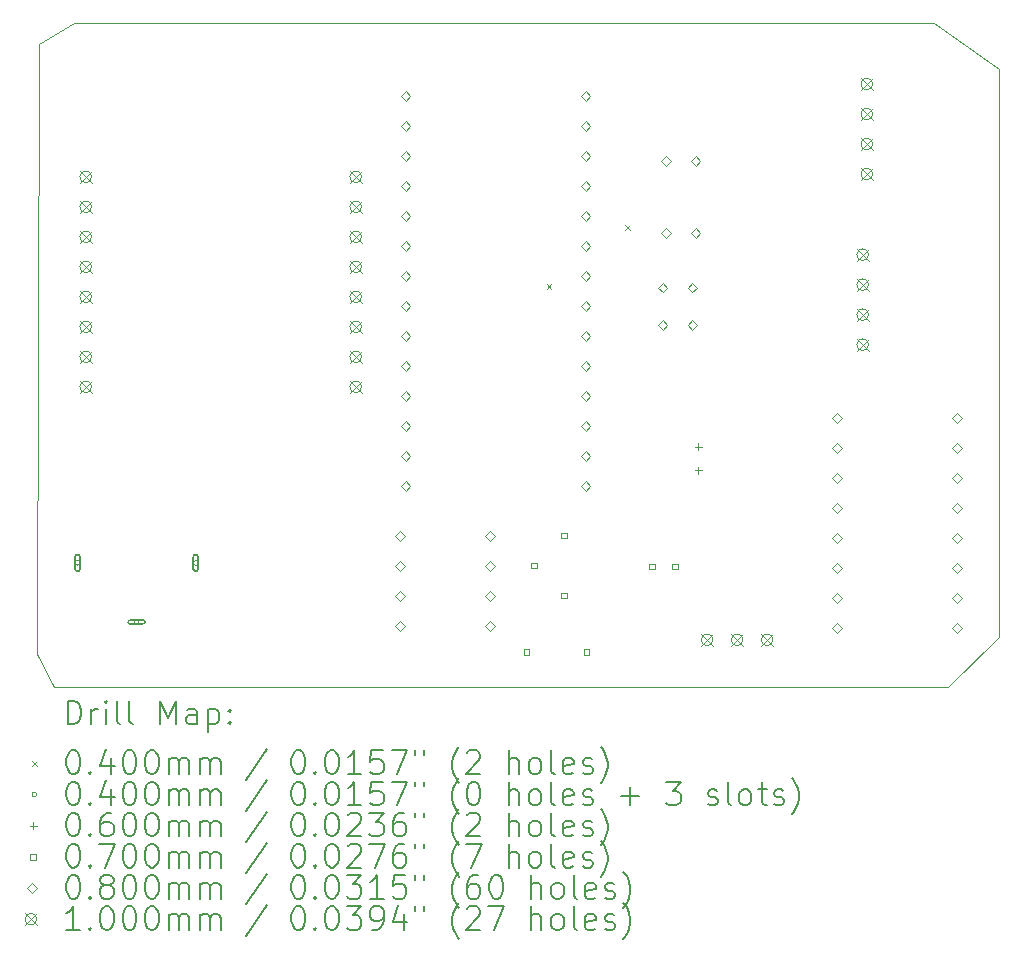
<source format=gbr>
%TF.GenerationSoftware,KiCad,Pcbnew,7.0.6*%
%TF.CreationDate,2023-11-13T16:36:01+01:00*%
%TF.ProjectId,c64sid,63363473-6964-42e6-9b69-6361645f7063,rev?*%
%TF.SameCoordinates,Original*%
%TF.FileFunction,Drillmap*%
%TF.FilePolarity,Positive*%
%FSLAX45Y45*%
G04 Gerber Fmt 4.5, Leading zero omitted, Abs format (unit mm)*
G04 Created by KiCad (PCBNEW 7.0.6) date 2023-11-13 16:36:01*
%MOMM*%
%LPD*%
G01*
G04 APERTURE LIST*
%ADD10C,0.100000*%
%ADD11C,0.200000*%
%ADD12C,0.040000*%
%ADD13C,0.060000*%
%ADD14C,0.070000*%
%ADD15C,0.080000*%
G04 APERTURE END LIST*
D10*
X8580000Y-10350000D02*
X8720000Y-10630000D01*
X8590000Y-5190000D02*
X8580000Y-10350000D01*
X16720000Y-10210000D02*
X16720000Y-5400000D01*
X16170000Y-5010000D02*
X8890000Y-5010000D01*
X16720000Y-5400000D02*
X16170000Y-5010000D01*
X8890000Y-5010000D02*
X8590000Y-5190000D01*
X8720000Y-10630000D02*
X16290000Y-10630000D01*
X16290000Y-10630000D02*
X16720000Y-10210000D01*
D11*
D12*
X12892590Y-7218060D02*
X12932590Y-7258060D01*
X12932590Y-7218060D02*
X12892590Y-7258060D01*
X13555990Y-6716750D02*
X13595990Y-6756750D01*
X13595990Y-6716750D02*
X13555990Y-6756750D01*
X8940000Y-9580000D02*
G75*
G03*
X8940000Y-9580000I-20000J0D01*
G01*
D11*
X8900000Y-9530000D02*
X8900000Y-9630000D01*
X8900000Y-9630000D02*
G75*
G03*
X8940000Y-9630000I20000J0D01*
G01*
X8940000Y-9630000D02*
X8940000Y-9530000D01*
X8940000Y-9530000D02*
G75*
G03*
X8900000Y-9530000I-20000J0D01*
G01*
D12*
X9440000Y-10080000D02*
G75*
G03*
X9440000Y-10080000I-20000J0D01*
G01*
D11*
X9370000Y-10100000D02*
X9470000Y-10100000D01*
X9470000Y-10100000D02*
G75*
G03*
X9470000Y-10060000I0J20000D01*
G01*
X9470000Y-10060000D02*
X9370000Y-10060000D01*
X9370000Y-10060000D02*
G75*
G03*
X9370000Y-10100000I0J-20000D01*
G01*
D12*
X9940000Y-9580000D02*
G75*
G03*
X9940000Y-9580000I-20000J0D01*
G01*
D11*
X9940000Y-9630000D02*
X9940000Y-9530000D01*
X9940000Y-9530000D02*
G75*
G03*
X9900000Y-9530000I-20000J0D01*
G01*
X9900000Y-9530000D02*
X9900000Y-9630000D01*
X9900000Y-9630000D02*
G75*
G03*
X9940000Y-9630000I20000J0D01*
G01*
D13*
X14175000Y-8565000D02*
X14175000Y-8625000D01*
X14145000Y-8595000D02*
X14205000Y-8595000D01*
X14175000Y-8765000D02*
X14175000Y-8825000D01*
X14145000Y-8795000D02*
X14205000Y-8795000D01*
D14*
X12745749Y-10359749D02*
X12745749Y-10310251D01*
X12696251Y-10310251D01*
X12696251Y-10359749D01*
X12745749Y-10359749D01*
X12807749Y-9625749D02*
X12807749Y-9576251D01*
X12758251Y-9576251D01*
X12758251Y-9625749D01*
X12807749Y-9625749D01*
X13061749Y-9371749D02*
X13061749Y-9322251D01*
X13012251Y-9322251D01*
X13012251Y-9371749D01*
X13061749Y-9371749D01*
X13061749Y-9879749D02*
X13061749Y-9830251D01*
X13012251Y-9830251D01*
X13012251Y-9879749D01*
X13061749Y-9879749D01*
X13253749Y-10359749D02*
X13253749Y-10310251D01*
X13204251Y-10310251D01*
X13204251Y-10359749D01*
X13253749Y-10359749D01*
X13810749Y-9634749D02*
X13810749Y-9585251D01*
X13761251Y-9585251D01*
X13761251Y-9634749D01*
X13810749Y-9634749D01*
X14000749Y-9634749D02*
X14000749Y-9585251D01*
X13951251Y-9585251D01*
X13951251Y-9634749D01*
X14000749Y-9634749D01*
D15*
X11652000Y-9390000D02*
X11692000Y-9350000D01*
X11652000Y-9310000D01*
X11612000Y-9350000D01*
X11652000Y-9390000D01*
X11652000Y-9644000D02*
X11692000Y-9604000D01*
X11652000Y-9564000D01*
X11612000Y-9604000D01*
X11652000Y-9644000D01*
X11652000Y-9898000D02*
X11692000Y-9858000D01*
X11652000Y-9818000D01*
X11612000Y-9858000D01*
X11652000Y-9898000D01*
X11652000Y-10152000D02*
X11692000Y-10112000D01*
X11652000Y-10072000D01*
X11612000Y-10112000D01*
X11652000Y-10152000D01*
X11697000Y-5665000D02*
X11737000Y-5625000D01*
X11697000Y-5585000D01*
X11657000Y-5625000D01*
X11697000Y-5665000D01*
X11697000Y-5919000D02*
X11737000Y-5879000D01*
X11697000Y-5839000D01*
X11657000Y-5879000D01*
X11697000Y-5919000D01*
X11697000Y-6173000D02*
X11737000Y-6133000D01*
X11697000Y-6093000D01*
X11657000Y-6133000D01*
X11697000Y-6173000D01*
X11697000Y-6427000D02*
X11737000Y-6387000D01*
X11697000Y-6347000D01*
X11657000Y-6387000D01*
X11697000Y-6427000D01*
X11697000Y-6681000D02*
X11737000Y-6641000D01*
X11697000Y-6601000D01*
X11657000Y-6641000D01*
X11697000Y-6681000D01*
X11697000Y-6935000D02*
X11737000Y-6895000D01*
X11697000Y-6855000D01*
X11657000Y-6895000D01*
X11697000Y-6935000D01*
X11697000Y-7189000D02*
X11737000Y-7149000D01*
X11697000Y-7109000D01*
X11657000Y-7149000D01*
X11697000Y-7189000D01*
X11697000Y-7443000D02*
X11737000Y-7403000D01*
X11697000Y-7363000D01*
X11657000Y-7403000D01*
X11697000Y-7443000D01*
X11697000Y-7697000D02*
X11737000Y-7657000D01*
X11697000Y-7617000D01*
X11657000Y-7657000D01*
X11697000Y-7697000D01*
X11697000Y-7951000D02*
X11737000Y-7911000D01*
X11697000Y-7871000D01*
X11657000Y-7911000D01*
X11697000Y-7951000D01*
X11697000Y-8205000D02*
X11737000Y-8165000D01*
X11697000Y-8125000D01*
X11657000Y-8165000D01*
X11697000Y-8205000D01*
X11697000Y-8459000D02*
X11737000Y-8419000D01*
X11697000Y-8379000D01*
X11657000Y-8419000D01*
X11697000Y-8459000D01*
X11697000Y-8713000D02*
X11737000Y-8673000D01*
X11697000Y-8633000D01*
X11657000Y-8673000D01*
X11697000Y-8713000D01*
X11697000Y-8967000D02*
X11737000Y-8927000D01*
X11697000Y-8887000D01*
X11657000Y-8927000D01*
X11697000Y-8967000D01*
X12414000Y-9390000D02*
X12454000Y-9350000D01*
X12414000Y-9310000D01*
X12374000Y-9350000D01*
X12414000Y-9390000D01*
X12414000Y-9644000D02*
X12454000Y-9604000D01*
X12414000Y-9564000D01*
X12374000Y-9604000D01*
X12414000Y-9644000D01*
X12414000Y-9898000D02*
X12454000Y-9858000D01*
X12414000Y-9818000D01*
X12374000Y-9858000D01*
X12414000Y-9898000D01*
X12414000Y-10152000D02*
X12454000Y-10112000D01*
X12414000Y-10072000D01*
X12374000Y-10112000D01*
X12414000Y-10152000D01*
X13221000Y-5665000D02*
X13261000Y-5625000D01*
X13221000Y-5585000D01*
X13181000Y-5625000D01*
X13221000Y-5665000D01*
X13221000Y-5919000D02*
X13261000Y-5879000D01*
X13221000Y-5839000D01*
X13181000Y-5879000D01*
X13221000Y-5919000D01*
X13221000Y-6173000D02*
X13261000Y-6133000D01*
X13221000Y-6093000D01*
X13181000Y-6133000D01*
X13221000Y-6173000D01*
X13221000Y-6427000D02*
X13261000Y-6387000D01*
X13221000Y-6347000D01*
X13181000Y-6387000D01*
X13221000Y-6427000D01*
X13221000Y-6681000D02*
X13261000Y-6641000D01*
X13221000Y-6601000D01*
X13181000Y-6641000D01*
X13221000Y-6681000D01*
X13221000Y-6935000D02*
X13261000Y-6895000D01*
X13221000Y-6855000D01*
X13181000Y-6895000D01*
X13221000Y-6935000D01*
X13221000Y-7189000D02*
X13261000Y-7149000D01*
X13221000Y-7109000D01*
X13181000Y-7149000D01*
X13221000Y-7189000D01*
X13221000Y-7443000D02*
X13261000Y-7403000D01*
X13221000Y-7363000D01*
X13181000Y-7403000D01*
X13221000Y-7443000D01*
X13221000Y-7697000D02*
X13261000Y-7657000D01*
X13221000Y-7617000D01*
X13181000Y-7657000D01*
X13221000Y-7697000D01*
X13221000Y-7951000D02*
X13261000Y-7911000D01*
X13221000Y-7871000D01*
X13181000Y-7911000D01*
X13221000Y-7951000D01*
X13221000Y-8205000D02*
X13261000Y-8165000D01*
X13221000Y-8125000D01*
X13181000Y-8165000D01*
X13221000Y-8205000D01*
X13221000Y-8459000D02*
X13261000Y-8419000D01*
X13221000Y-8379000D01*
X13181000Y-8419000D01*
X13221000Y-8459000D01*
X13221000Y-8713000D02*
X13261000Y-8673000D01*
X13221000Y-8633000D01*
X13181000Y-8673000D01*
X13221000Y-8713000D01*
X13221000Y-8967000D02*
X13261000Y-8927000D01*
X13221000Y-8887000D01*
X13181000Y-8927000D01*
X13221000Y-8967000D01*
X13875000Y-7290000D02*
X13915000Y-7250000D01*
X13875000Y-7210000D01*
X13835000Y-7250000D01*
X13875000Y-7290000D01*
X13875000Y-7605000D02*
X13915000Y-7565000D01*
X13875000Y-7525000D01*
X13835000Y-7565000D01*
X13875000Y-7605000D01*
X13902230Y-6216000D02*
X13942230Y-6176000D01*
X13902230Y-6136000D01*
X13862230Y-6176000D01*
X13902230Y-6216000D01*
X13902230Y-6827000D02*
X13942230Y-6787000D01*
X13902230Y-6747000D01*
X13862230Y-6787000D01*
X13902230Y-6827000D01*
X14125000Y-7290000D02*
X14165000Y-7250000D01*
X14125000Y-7210000D01*
X14085000Y-7250000D01*
X14125000Y-7290000D01*
X14125000Y-7605000D02*
X14165000Y-7565000D01*
X14125000Y-7525000D01*
X14085000Y-7565000D01*
X14125000Y-7605000D01*
X14152230Y-6216000D02*
X14192230Y-6176000D01*
X14152230Y-6136000D01*
X14112230Y-6176000D01*
X14152230Y-6216000D01*
X14152230Y-6827000D02*
X14192230Y-6787000D01*
X14152230Y-6747000D01*
X14112230Y-6787000D01*
X14152230Y-6827000D01*
X15350000Y-8391000D02*
X15390000Y-8351000D01*
X15350000Y-8311000D01*
X15310000Y-8351000D01*
X15350000Y-8391000D01*
X15350000Y-8645000D02*
X15390000Y-8605000D01*
X15350000Y-8565000D01*
X15310000Y-8605000D01*
X15350000Y-8645000D01*
X15350000Y-8899000D02*
X15390000Y-8859000D01*
X15350000Y-8819000D01*
X15310000Y-8859000D01*
X15350000Y-8899000D01*
X15350000Y-9153000D02*
X15390000Y-9113000D01*
X15350000Y-9073000D01*
X15310000Y-9113000D01*
X15350000Y-9153000D01*
X15350000Y-9407000D02*
X15390000Y-9367000D01*
X15350000Y-9327000D01*
X15310000Y-9367000D01*
X15350000Y-9407000D01*
X15350000Y-9661000D02*
X15390000Y-9621000D01*
X15350000Y-9581000D01*
X15310000Y-9621000D01*
X15350000Y-9661000D01*
X15350000Y-9915000D02*
X15390000Y-9875000D01*
X15350000Y-9835000D01*
X15310000Y-9875000D01*
X15350000Y-9915000D01*
X15350000Y-10169000D02*
X15390000Y-10129000D01*
X15350000Y-10089000D01*
X15310000Y-10129000D01*
X15350000Y-10169000D01*
X16366000Y-8391000D02*
X16406000Y-8351000D01*
X16366000Y-8311000D01*
X16326000Y-8351000D01*
X16366000Y-8391000D01*
X16366000Y-8645000D02*
X16406000Y-8605000D01*
X16366000Y-8565000D01*
X16326000Y-8605000D01*
X16366000Y-8645000D01*
X16366000Y-8899000D02*
X16406000Y-8859000D01*
X16366000Y-8819000D01*
X16326000Y-8859000D01*
X16366000Y-8899000D01*
X16366000Y-9153000D02*
X16406000Y-9113000D01*
X16366000Y-9073000D01*
X16326000Y-9113000D01*
X16366000Y-9153000D01*
X16366000Y-9407000D02*
X16406000Y-9367000D01*
X16366000Y-9327000D01*
X16326000Y-9367000D01*
X16366000Y-9407000D01*
X16366000Y-9661000D02*
X16406000Y-9621000D01*
X16366000Y-9581000D01*
X16326000Y-9621000D01*
X16366000Y-9661000D01*
X16366000Y-9915000D02*
X16406000Y-9875000D01*
X16366000Y-9835000D01*
X16326000Y-9875000D01*
X16366000Y-9915000D01*
X16366000Y-10169000D02*
X16406000Y-10129000D01*
X16366000Y-10089000D01*
X16326000Y-10129000D01*
X16366000Y-10169000D01*
D10*
X8939000Y-6261000D02*
X9039000Y-6361000D01*
X9039000Y-6261000D02*
X8939000Y-6361000D01*
X9039000Y-6311000D02*
G75*
G03*
X9039000Y-6311000I-50000J0D01*
G01*
X8939000Y-6515000D02*
X9039000Y-6615000D01*
X9039000Y-6515000D02*
X8939000Y-6615000D01*
X9039000Y-6565000D02*
G75*
G03*
X9039000Y-6565000I-50000J0D01*
G01*
X8939000Y-6769000D02*
X9039000Y-6869000D01*
X9039000Y-6769000D02*
X8939000Y-6869000D01*
X9039000Y-6819000D02*
G75*
G03*
X9039000Y-6819000I-50000J0D01*
G01*
X8939000Y-7023000D02*
X9039000Y-7123000D01*
X9039000Y-7023000D02*
X8939000Y-7123000D01*
X9039000Y-7073000D02*
G75*
G03*
X9039000Y-7073000I-50000J0D01*
G01*
X8939000Y-7277000D02*
X9039000Y-7377000D01*
X9039000Y-7277000D02*
X8939000Y-7377000D01*
X9039000Y-7327000D02*
G75*
G03*
X9039000Y-7327000I-50000J0D01*
G01*
X8939000Y-7531000D02*
X9039000Y-7631000D01*
X9039000Y-7531000D02*
X8939000Y-7631000D01*
X9039000Y-7581000D02*
G75*
G03*
X9039000Y-7581000I-50000J0D01*
G01*
X8939000Y-7785000D02*
X9039000Y-7885000D01*
X9039000Y-7785000D02*
X8939000Y-7885000D01*
X9039000Y-7835000D02*
G75*
G03*
X9039000Y-7835000I-50000J0D01*
G01*
X8939000Y-8039000D02*
X9039000Y-8139000D01*
X9039000Y-8039000D02*
X8939000Y-8139000D01*
X9039000Y-8089000D02*
G75*
G03*
X9039000Y-8089000I-50000J0D01*
G01*
X11225000Y-6261000D02*
X11325000Y-6361000D01*
X11325000Y-6261000D02*
X11225000Y-6361000D01*
X11325000Y-6311000D02*
G75*
G03*
X11325000Y-6311000I-50000J0D01*
G01*
X11225000Y-6515000D02*
X11325000Y-6615000D01*
X11325000Y-6515000D02*
X11225000Y-6615000D01*
X11325000Y-6565000D02*
G75*
G03*
X11325000Y-6565000I-50000J0D01*
G01*
X11225000Y-6769000D02*
X11325000Y-6869000D01*
X11325000Y-6769000D02*
X11225000Y-6869000D01*
X11325000Y-6819000D02*
G75*
G03*
X11325000Y-6819000I-50000J0D01*
G01*
X11225000Y-7023000D02*
X11325000Y-7123000D01*
X11325000Y-7023000D02*
X11225000Y-7123000D01*
X11325000Y-7073000D02*
G75*
G03*
X11325000Y-7073000I-50000J0D01*
G01*
X11225000Y-7277000D02*
X11325000Y-7377000D01*
X11325000Y-7277000D02*
X11225000Y-7377000D01*
X11325000Y-7327000D02*
G75*
G03*
X11325000Y-7327000I-50000J0D01*
G01*
X11225000Y-7531000D02*
X11325000Y-7631000D01*
X11325000Y-7531000D02*
X11225000Y-7631000D01*
X11325000Y-7581000D02*
G75*
G03*
X11325000Y-7581000I-50000J0D01*
G01*
X11225000Y-7785000D02*
X11325000Y-7885000D01*
X11325000Y-7785000D02*
X11225000Y-7885000D01*
X11325000Y-7835000D02*
G75*
G03*
X11325000Y-7835000I-50000J0D01*
G01*
X11225000Y-8039000D02*
X11325000Y-8139000D01*
X11325000Y-8039000D02*
X11225000Y-8139000D01*
X11325000Y-8089000D02*
G75*
G03*
X11325000Y-8089000I-50000J0D01*
G01*
X14200000Y-10180000D02*
X14300000Y-10280000D01*
X14300000Y-10180000D02*
X14200000Y-10280000D01*
X14300000Y-10230000D02*
G75*
G03*
X14300000Y-10230000I-50000J0D01*
G01*
X14454000Y-10180000D02*
X14554000Y-10280000D01*
X14554000Y-10180000D02*
X14454000Y-10280000D01*
X14554000Y-10230000D02*
G75*
G03*
X14554000Y-10230000I-50000J0D01*
G01*
X14708000Y-10180000D02*
X14808000Y-10280000D01*
X14808000Y-10180000D02*
X14708000Y-10280000D01*
X14808000Y-10230000D02*
G75*
G03*
X14808000Y-10230000I-50000J0D01*
G01*
X15517500Y-6920000D02*
X15617500Y-7020000D01*
X15617500Y-6920000D02*
X15517500Y-7020000D01*
X15617500Y-6970000D02*
G75*
G03*
X15617500Y-6970000I-50000J0D01*
G01*
X15517500Y-7174000D02*
X15617500Y-7274000D01*
X15617500Y-7174000D02*
X15517500Y-7274000D01*
X15617500Y-7224000D02*
G75*
G03*
X15617500Y-7224000I-50000J0D01*
G01*
X15517500Y-7428000D02*
X15617500Y-7528000D01*
X15617500Y-7428000D02*
X15517500Y-7528000D01*
X15617500Y-7478000D02*
G75*
G03*
X15617500Y-7478000I-50000J0D01*
G01*
X15517500Y-7682000D02*
X15617500Y-7782000D01*
X15617500Y-7682000D02*
X15517500Y-7782000D01*
X15617500Y-7732000D02*
G75*
G03*
X15617500Y-7732000I-50000J0D01*
G01*
X15552500Y-5475000D02*
X15652500Y-5575000D01*
X15652500Y-5475000D02*
X15552500Y-5575000D01*
X15652500Y-5525000D02*
G75*
G03*
X15652500Y-5525000I-50000J0D01*
G01*
X15552500Y-5729000D02*
X15652500Y-5829000D01*
X15652500Y-5729000D02*
X15552500Y-5829000D01*
X15652500Y-5779000D02*
G75*
G03*
X15652500Y-5779000I-50000J0D01*
G01*
X15552500Y-5983000D02*
X15652500Y-6083000D01*
X15652500Y-5983000D02*
X15552500Y-6083000D01*
X15652500Y-6033000D02*
G75*
G03*
X15652500Y-6033000I-50000J0D01*
G01*
X15552500Y-6237000D02*
X15652500Y-6337000D01*
X15652500Y-6237000D02*
X15552500Y-6337000D01*
X15652500Y-6287000D02*
G75*
G03*
X15652500Y-6287000I-50000J0D01*
G01*
D11*
X8835777Y-10946484D02*
X8835777Y-10746484D01*
X8835777Y-10746484D02*
X8883396Y-10746484D01*
X8883396Y-10746484D02*
X8911967Y-10756008D01*
X8911967Y-10756008D02*
X8931015Y-10775055D01*
X8931015Y-10775055D02*
X8940539Y-10794103D01*
X8940539Y-10794103D02*
X8950063Y-10832198D01*
X8950063Y-10832198D02*
X8950063Y-10860770D01*
X8950063Y-10860770D02*
X8940539Y-10898865D01*
X8940539Y-10898865D02*
X8931015Y-10917912D01*
X8931015Y-10917912D02*
X8911967Y-10936960D01*
X8911967Y-10936960D02*
X8883396Y-10946484D01*
X8883396Y-10946484D02*
X8835777Y-10946484D01*
X9035777Y-10946484D02*
X9035777Y-10813150D01*
X9035777Y-10851246D02*
X9045301Y-10832198D01*
X9045301Y-10832198D02*
X9054824Y-10822674D01*
X9054824Y-10822674D02*
X9073872Y-10813150D01*
X9073872Y-10813150D02*
X9092920Y-10813150D01*
X9159586Y-10946484D02*
X9159586Y-10813150D01*
X9159586Y-10746484D02*
X9150063Y-10756008D01*
X9150063Y-10756008D02*
X9159586Y-10765531D01*
X9159586Y-10765531D02*
X9169110Y-10756008D01*
X9169110Y-10756008D02*
X9159586Y-10746484D01*
X9159586Y-10746484D02*
X9159586Y-10765531D01*
X9283396Y-10946484D02*
X9264348Y-10936960D01*
X9264348Y-10936960D02*
X9254824Y-10917912D01*
X9254824Y-10917912D02*
X9254824Y-10746484D01*
X9388158Y-10946484D02*
X9369110Y-10936960D01*
X9369110Y-10936960D02*
X9359586Y-10917912D01*
X9359586Y-10917912D02*
X9359586Y-10746484D01*
X9616729Y-10946484D02*
X9616729Y-10746484D01*
X9616729Y-10746484D02*
X9683396Y-10889341D01*
X9683396Y-10889341D02*
X9750063Y-10746484D01*
X9750063Y-10746484D02*
X9750063Y-10946484D01*
X9931015Y-10946484D02*
X9931015Y-10841722D01*
X9931015Y-10841722D02*
X9921491Y-10822674D01*
X9921491Y-10822674D02*
X9902444Y-10813150D01*
X9902444Y-10813150D02*
X9864348Y-10813150D01*
X9864348Y-10813150D02*
X9845301Y-10822674D01*
X9931015Y-10936960D02*
X9911967Y-10946484D01*
X9911967Y-10946484D02*
X9864348Y-10946484D01*
X9864348Y-10946484D02*
X9845301Y-10936960D01*
X9845301Y-10936960D02*
X9835777Y-10917912D01*
X9835777Y-10917912D02*
X9835777Y-10898865D01*
X9835777Y-10898865D02*
X9845301Y-10879817D01*
X9845301Y-10879817D02*
X9864348Y-10870293D01*
X9864348Y-10870293D02*
X9911967Y-10870293D01*
X9911967Y-10870293D02*
X9931015Y-10860770D01*
X10026253Y-10813150D02*
X10026253Y-11013150D01*
X10026253Y-10822674D02*
X10045301Y-10813150D01*
X10045301Y-10813150D02*
X10083396Y-10813150D01*
X10083396Y-10813150D02*
X10102444Y-10822674D01*
X10102444Y-10822674D02*
X10111967Y-10832198D01*
X10111967Y-10832198D02*
X10121491Y-10851246D01*
X10121491Y-10851246D02*
X10121491Y-10908389D01*
X10121491Y-10908389D02*
X10111967Y-10927436D01*
X10111967Y-10927436D02*
X10102444Y-10936960D01*
X10102444Y-10936960D02*
X10083396Y-10946484D01*
X10083396Y-10946484D02*
X10045301Y-10946484D01*
X10045301Y-10946484D02*
X10026253Y-10936960D01*
X10207205Y-10927436D02*
X10216729Y-10936960D01*
X10216729Y-10936960D02*
X10207205Y-10946484D01*
X10207205Y-10946484D02*
X10197682Y-10936960D01*
X10197682Y-10936960D02*
X10207205Y-10927436D01*
X10207205Y-10927436D02*
X10207205Y-10946484D01*
X10207205Y-10822674D02*
X10216729Y-10832198D01*
X10216729Y-10832198D02*
X10207205Y-10841722D01*
X10207205Y-10841722D02*
X10197682Y-10832198D01*
X10197682Y-10832198D02*
X10207205Y-10822674D01*
X10207205Y-10822674D02*
X10207205Y-10841722D01*
D12*
X8535000Y-11255000D02*
X8575000Y-11295000D01*
X8575000Y-11255000D02*
X8535000Y-11295000D01*
D11*
X8873872Y-11166484D02*
X8892920Y-11166484D01*
X8892920Y-11166484D02*
X8911967Y-11176008D01*
X8911967Y-11176008D02*
X8921491Y-11185531D01*
X8921491Y-11185531D02*
X8931015Y-11204579D01*
X8931015Y-11204579D02*
X8940539Y-11242674D01*
X8940539Y-11242674D02*
X8940539Y-11290293D01*
X8940539Y-11290293D02*
X8931015Y-11328388D01*
X8931015Y-11328388D02*
X8921491Y-11347436D01*
X8921491Y-11347436D02*
X8911967Y-11356960D01*
X8911967Y-11356960D02*
X8892920Y-11366484D01*
X8892920Y-11366484D02*
X8873872Y-11366484D01*
X8873872Y-11366484D02*
X8854824Y-11356960D01*
X8854824Y-11356960D02*
X8845301Y-11347436D01*
X8845301Y-11347436D02*
X8835777Y-11328388D01*
X8835777Y-11328388D02*
X8826253Y-11290293D01*
X8826253Y-11290293D02*
X8826253Y-11242674D01*
X8826253Y-11242674D02*
X8835777Y-11204579D01*
X8835777Y-11204579D02*
X8845301Y-11185531D01*
X8845301Y-11185531D02*
X8854824Y-11176008D01*
X8854824Y-11176008D02*
X8873872Y-11166484D01*
X9026253Y-11347436D02*
X9035777Y-11356960D01*
X9035777Y-11356960D02*
X9026253Y-11366484D01*
X9026253Y-11366484D02*
X9016729Y-11356960D01*
X9016729Y-11356960D02*
X9026253Y-11347436D01*
X9026253Y-11347436D02*
X9026253Y-11366484D01*
X9207205Y-11233150D02*
X9207205Y-11366484D01*
X9159586Y-11156960D02*
X9111967Y-11299817D01*
X9111967Y-11299817D02*
X9235777Y-11299817D01*
X9350063Y-11166484D02*
X9369110Y-11166484D01*
X9369110Y-11166484D02*
X9388158Y-11176008D01*
X9388158Y-11176008D02*
X9397682Y-11185531D01*
X9397682Y-11185531D02*
X9407205Y-11204579D01*
X9407205Y-11204579D02*
X9416729Y-11242674D01*
X9416729Y-11242674D02*
X9416729Y-11290293D01*
X9416729Y-11290293D02*
X9407205Y-11328388D01*
X9407205Y-11328388D02*
X9397682Y-11347436D01*
X9397682Y-11347436D02*
X9388158Y-11356960D01*
X9388158Y-11356960D02*
X9369110Y-11366484D01*
X9369110Y-11366484D02*
X9350063Y-11366484D01*
X9350063Y-11366484D02*
X9331015Y-11356960D01*
X9331015Y-11356960D02*
X9321491Y-11347436D01*
X9321491Y-11347436D02*
X9311967Y-11328388D01*
X9311967Y-11328388D02*
X9302444Y-11290293D01*
X9302444Y-11290293D02*
X9302444Y-11242674D01*
X9302444Y-11242674D02*
X9311967Y-11204579D01*
X9311967Y-11204579D02*
X9321491Y-11185531D01*
X9321491Y-11185531D02*
X9331015Y-11176008D01*
X9331015Y-11176008D02*
X9350063Y-11166484D01*
X9540539Y-11166484D02*
X9559586Y-11166484D01*
X9559586Y-11166484D02*
X9578634Y-11176008D01*
X9578634Y-11176008D02*
X9588158Y-11185531D01*
X9588158Y-11185531D02*
X9597682Y-11204579D01*
X9597682Y-11204579D02*
X9607205Y-11242674D01*
X9607205Y-11242674D02*
X9607205Y-11290293D01*
X9607205Y-11290293D02*
X9597682Y-11328388D01*
X9597682Y-11328388D02*
X9588158Y-11347436D01*
X9588158Y-11347436D02*
X9578634Y-11356960D01*
X9578634Y-11356960D02*
X9559586Y-11366484D01*
X9559586Y-11366484D02*
X9540539Y-11366484D01*
X9540539Y-11366484D02*
X9521491Y-11356960D01*
X9521491Y-11356960D02*
X9511967Y-11347436D01*
X9511967Y-11347436D02*
X9502444Y-11328388D01*
X9502444Y-11328388D02*
X9492920Y-11290293D01*
X9492920Y-11290293D02*
X9492920Y-11242674D01*
X9492920Y-11242674D02*
X9502444Y-11204579D01*
X9502444Y-11204579D02*
X9511967Y-11185531D01*
X9511967Y-11185531D02*
X9521491Y-11176008D01*
X9521491Y-11176008D02*
X9540539Y-11166484D01*
X9692920Y-11366484D02*
X9692920Y-11233150D01*
X9692920Y-11252198D02*
X9702444Y-11242674D01*
X9702444Y-11242674D02*
X9721491Y-11233150D01*
X9721491Y-11233150D02*
X9750063Y-11233150D01*
X9750063Y-11233150D02*
X9769110Y-11242674D01*
X9769110Y-11242674D02*
X9778634Y-11261722D01*
X9778634Y-11261722D02*
X9778634Y-11366484D01*
X9778634Y-11261722D02*
X9788158Y-11242674D01*
X9788158Y-11242674D02*
X9807205Y-11233150D01*
X9807205Y-11233150D02*
X9835777Y-11233150D01*
X9835777Y-11233150D02*
X9854825Y-11242674D01*
X9854825Y-11242674D02*
X9864348Y-11261722D01*
X9864348Y-11261722D02*
X9864348Y-11366484D01*
X9959586Y-11366484D02*
X9959586Y-11233150D01*
X9959586Y-11252198D02*
X9969110Y-11242674D01*
X9969110Y-11242674D02*
X9988158Y-11233150D01*
X9988158Y-11233150D02*
X10016729Y-11233150D01*
X10016729Y-11233150D02*
X10035777Y-11242674D01*
X10035777Y-11242674D02*
X10045301Y-11261722D01*
X10045301Y-11261722D02*
X10045301Y-11366484D01*
X10045301Y-11261722D02*
X10054825Y-11242674D01*
X10054825Y-11242674D02*
X10073872Y-11233150D01*
X10073872Y-11233150D02*
X10102444Y-11233150D01*
X10102444Y-11233150D02*
X10121491Y-11242674D01*
X10121491Y-11242674D02*
X10131015Y-11261722D01*
X10131015Y-11261722D02*
X10131015Y-11366484D01*
X10521491Y-11156960D02*
X10350063Y-11414103D01*
X10778634Y-11166484D02*
X10797682Y-11166484D01*
X10797682Y-11166484D02*
X10816729Y-11176008D01*
X10816729Y-11176008D02*
X10826253Y-11185531D01*
X10826253Y-11185531D02*
X10835777Y-11204579D01*
X10835777Y-11204579D02*
X10845301Y-11242674D01*
X10845301Y-11242674D02*
X10845301Y-11290293D01*
X10845301Y-11290293D02*
X10835777Y-11328388D01*
X10835777Y-11328388D02*
X10826253Y-11347436D01*
X10826253Y-11347436D02*
X10816729Y-11356960D01*
X10816729Y-11356960D02*
X10797682Y-11366484D01*
X10797682Y-11366484D02*
X10778634Y-11366484D01*
X10778634Y-11366484D02*
X10759587Y-11356960D01*
X10759587Y-11356960D02*
X10750063Y-11347436D01*
X10750063Y-11347436D02*
X10740539Y-11328388D01*
X10740539Y-11328388D02*
X10731015Y-11290293D01*
X10731015Y-11290293D02*
X10731015Y-11242674D01*
X10731015Y-11242674D02*
X10740539Y-11204579D01*
X10740539Y-11204579D02*
X10750063Y-11185531D01*
X10750063Y-11185531D02*
X10759587Y-11176008D01*
X10759587Y-11176008D02*
X10778634Y-11166484D01*
X10931015Y-11347436D02*
X10940539Y-11356960D01*
X10940539Y-11356960D02*
X10931015Y-11366484D01*
X10931015Y-11366484D02*
X10921491Y-11356960D01*
X10921491Y-11356960D02*
X10931015Y-11347436D01*
X10931015Y-11347436D02*
X10931015Y-11366484D01*
X11064348Y-11166484D02*
X11083396Y-11166484D01*
X11083396Y-11166484D02*
X11102444Y-11176008D01*
X11102444Y-11176008D02*
X11111968Y-11185531D01*
X11111968Y-11185531D02*
X11121491Y-11204579D01*
X11121491Y-11204579D02*
X11131015Y-11242674D01*
X11131015Y-11242674D02*
X11131015Y-11290293D01*
X11131015Y-11290293D02*
X11121491Y-11328388D01*
X11121491Y-11328388D02*
X11111968Y-11347436D01*
X11111968Y-11347436D02*
X11102444Y-11356960D01*
X11102444Y-11356960D02*
X11083396Y-11366484D01*
X11083396Y-11366484D02*
X11064348Y-11366484D01*
X11064348Y-11366484D02*
X11045301Y-11356960D01*
X11045301Y-11356960D02*
X11035777Y-11347436D01*
X11035777Y-11347436D02*
X11026253Y-11328388D01*
X11026253Y-11328388D02*
X11016729Y-11290293D01*
X11016729Y-11290293D02*
X11016729Y-11242674D01*
X11016729Y-11242674D02*
X11026253Y-11204579D01*
X11026253Y-11204579D02*
X11035777Y-11185531D01*
X11035777Y-11185531D02*
X11045301Y-11176008D01*
X11045301Y-11176008D02*
X11064348Y-11166484D01*
X11321491Y-11366484D02*
X11207206Y-11366484D01*
X11264348Y-11366484D02*
X11264348Y-11166484D01*
X11264348Y-11166484D02*
X11245301Y-11195055D01*
X11245301Y-11195055D02*
X11226253Y-11214103D01*
X11226253Y-11214103D02*
X11207206Y-11223627D01*
X11502444Y-11166484D02*
X11407206Y-11166484D01*
X11407206Y-11166484D02*
X11397682Y-11261722D01*
X11397682Y-11261722D02*
X11407206Y-11252198D01*
X11407206Y-11252198D02*
X11426253Y-11242674D01*
X11426253Y-11242674D02*
X11473872Y-11242674D01*
X11473872Y-11242674D02*
X11492920Y-11252198D01*
X11492920Y-11252198D02*
X11502444Y-11261722D01*
X11502444Y-11261722D02*
X11511967Y-11280769D01*
X11511967Y-11280769D02*
X11511967Y-11328388D01*
X11511967Y-11328388D02*
X11502444Y-11347436D01*
X11502444Y-11347436D02*
X11492920Y-11356960D01*
X11492920Y-11356960D02*
X11473872Y-11366484D01*
X11473872Y-11366484D02*
X11426253Y-11366484D01*
X11426253Y-11366484D02*
X11407206Y-11356960D01*
X11407206Y-11356960D02*
X11397682Y-11347436D01*
X11578634Y-11166484D02*
X11711967Y-11166484D01*
X11711967Y-11166484D02*
X11626253Y-11366484D01*
X11778634Y-11166484D02*
X11778634Y-11204579D01*
X11854825Y-11166484D02*
X11854825Y-11204579D01*
X12150063Y-11442674D02*
X12140539Y-11433150D01*
X12140539Y-11433150D02*
X12121491Y-11404579D01*
X12121491Y-11404579D02*
X12111968Y-11385531D01*
X12111968Y-11385531D02*
X12102444Y-11356960D01*
X12102444Y-11356960D02*
X12092920Y-11309341D01*
X12092920Y-11309341D02*
X12092920Y-11271246D01*
X12092920Y-11271246D02*
X12102444Y-11223627D01*
X12102444Y-11223627D02*
X12111968Y-11195055D01*
X12111968Y-11195055D02*
X12121491Y-11176008D01*
X12121491Y-11176008D02*
X12140539Y-11147436D01*
X12140539Y-11147436D02*
X12150063Y-11137912D01*
X12216729Y-11185531D02*
X12226253Y-11176008D01*
X12226253Y-11176008D02*
X12245301Y-11166484D01*
X12245301Y-11166484D02*
X12292920Y-11166484D01*
X12292920Y-11166484D02*
X12311968Y-11176008D01*
X12311968Y-11176008D02*
X12321491Y-11185531D01*
X12321491Y-11185531D02*
X12331015Y-11204579D01*
X12331015Y-11204579D02*
X12331015Y-11223627D01*
X12331015Y-11223627D02*
X12321491Y-11252198D01*
X12321491Y-11252198D02*
X12207206Y-11366484D01*
X12207206Y-11366484D02*
X12331015Y-11366484D01*
X12569110Y-11366484D02*
X12569110Y-11166484D01*
X12654825Y-11366484D02*
X12654825Y-11261722D01*
X12654825Y-11261722D02*
X12645301Y-11242674D01*
X12645301Y-11242674D02*
X12626253Y-11233150D01*
X12626253Y-11233150D02*
X12597682Y-11233150D01*
X12597682Y-11233150D02*
X12578634Y-11242674D01*
X12578634Y-11242674D02*
X12569110Y-11252198D01*
X12778634Y-11366484D02*
X12759587Y-11356960D01*
X12759587Y-11356960D02*
X12750063Y-11347436D01*
X12750063Y-11347436D02*
X12740539Y-11328388D01*
X12740539Y-11328388D02*
X12740539Y-11271246D01*
X12740539Y-11271246D02*
X12750063Y-11252198D01*
X12750063Y-11252198D02*
X12759587Y-11242674D01*
X12759587Y-11242674D02*
X12778634Y-11233150D01*
X12778634Y-11233150D02*
X12807206Y-11233150D01*
X12807206Y-11233150D02*
X12826253Y-11242674D01*
X12826253Y-11242674D02*
X12835777Y-11252198D01*
X12835777Y-11252198D02*
X12845301Y-11271246D01*
X12845301Y-11271246D02*
X12845301Y-11328388D01*
X12845301Y-11328388D02*
X12835777Y-11347436D01*
X12835777Y-11347436D02*
X12826253Y-11356960D01*
X12826253Y-11356960D02*
X12807206Y-11366484D01*
X12807206Y-11366484D02*
X12778634Y-11366484D01*
X12959587Y-11366484D02*
X12940539Y-11356960D01*
X12940539Y-11356960D02*
X12931015Y-11337912D01*
X12931015Y-11337912D02*
X12931015Y-11166484D01*
X13111968Y-11356960D02*
X13092920Y-11366484D01*
X13092920Y-11366484D02*
X13054825Y-11366484D01*
X13054825Y-11366484D02*
X13035777Y-11356960D01*
X13035777Y-11356960D02*
X13026253Y-11337912D01*
X13026253Y-11337912D02*
X13026253Y-11261722D01*
X13026253Y-11261722D02*
X13035777Y-11242674D01*
X13035777Y-11242674D02*
X13054825Y-11233150D01*
X13054825Y-11233150D02*
X13092920Y-11233150D01*
X13092920Y-11233150D02*
X13111968Y-11242674D01*
X13111968Y-11242674D02*
X13121491Y-11261722D01*
X13121491Y-11261722D02*
X13121491Y-11280769D01*
X13121491Y-11280769D02*
X13026253Y-11299817D01*
X13197682Y-11356960D02*
X13216730Y-11366484D01*
X13216730Y-11366484D02*
X13254825Y-11366484D01*
X13254825Y-11366484D02*
X13273872Y-11356960D01*
X13273872Y-11356960D02*
X13283396Y-11337912D01*
X13283396Y-11337912D02*
X13283396Y-11328388D01*
X13283396Y-11328388D02*
X13273872Y-11309341D01*
X13273872Y-11309341D02*
X13254825Y-11299817D01*
X13254825Y-11299817D02*
X13226253Y-11299817D01*
X13226253Y-11299817D02*
X13207206Y-11290293D01*
X13207206Y-11290293D02*
X13197682Y-11271246D01*
X13197682Y-11271246D02*
X13197682Y-11261722D01*
X13197682Y-11261722D02*
X13207206Y-11242674D01*
X13207206Y-11242674D02*
X13226253Y-11233150D01*
X13226253Y-11233150D02*
X13254825Y-11233150D01*
X13254825Y-11233150D02*
X13273872Y-11242674D01*
X13350063Y-11442674D02*
X13359587Y-11433150D01*
X13359587Y-11433150D02*
X13378634Y-11404579D01*
X13378634Y-11404579D02*
X13388158Y-11385531D01*
X13388158Y-11385531D02*
X13397682Y-11356960D01*
X13397682Y-11356960D02*
X13407206Y-11309341D01*
X13407206Y-11309341D02*
X13407206Y-11271246D01*
X13407206Y-11271246D02*
X13397682Y-11223627D01*
X13397682Y-11223627D02*
X13388158Y-11195055D01*
X13388158Y-11195055D02*
X13378634Y-11176008D01*
X13378634Y-11176008D02*
X13359587Y-11147436D01*
X13359587Y-11147436D02*
X13350063Y-11137912D01*
D12*
X8575000Y-11539000D02*
G75*
G03*
X8575000Y-11539000I-20000J0D01*
G01*
D11*
X8873872Y-11430484D02*
X8892920Y-11430484D01*
X8892920Y-11430484D02*
X8911967Y-11440008D01*
X8911967Y-11440008D02*
X8921491Y-11449531D01*
X8921491Y-11449531D02*
X8931015Y-11468579D01*
X8931015Y-11468579D02*
X8940539Y-11506674D01*
X8940539Y-11506674D02*
X8940539Y-11554293D01*
X8940539Y-11554293D02*
X8931015Y-11592388D01*
X8931015Y-11592388D02*
X8921491Y-11611436D01*
X8921491Y-11611436D02*
X8911967Y-11620960D01*
X8911967Y-11620960D02*
X8892920Y-11630484D01*
X8892920Y-11630484D02*
X8873872Y-11630484D01*
X8873872Y-11630484D02*
X8854824Y-11620960D01*
X8854824Y-11620960D02*
X8845301Y-11611436D01*
X8845301Y-11611436D02*
X8835777Y-11592388D01*
X8835777Y-11592388D02*
X8826253Y-11554293D01*
X8826253Y-11554293D02*
X8826253Y-11506674D01*
X8826253Y-11506674D02*
X8835777Y-11468579D01*
X8835777Y-11468579D02*
X8845301Y-11449531D01*
X8845301Y-11449531D02*
X8854824Y-11440008D01*
X8854824Y-11440008D02*
X8873872Y-11430484D01*
X9026253Y-11611436D02*
X9035777Y-11620960D01*
X9035777Y-11620960D02*
X9026253Y-11630484D01*
X9026253Y-11630484D02*
X9016729Y-11620960D01*
X9016729Y-11620960D02*
X9026253Y-11611436D01*
X9026253Y-11611436D02*
X9026253Y-11630484D01*
X9207205Y-11497150D02*
X9207205Y-11630484D01*
X9159586Y-11420960D02*
X9111967Y-11563817D01*
X9111967Y-11563817D02*
X9235777Y-11563817D01*
X9350063Y-11430484D02*
X9369110Y-11430484D01*
X9369110Y-11430484D02*
X9388158Y-11440008D01*
X9388158Y-11440008D02*
X9397682Y-11449531D01*
X9397682Y-11449531D02*
X9407205Y-11468579D01*
X9407205Y-11468579D02*
X9416729Y-11506674D01*
X9416729Y-11506674D02*
X9416729Y-11554293D01*
X9416729Y-11554293D02*
X9407205Y-11592388D01*
X9407205Y-11592388D02*
X9397682Y-11611436D01*
X9397682Y-11611436D02*
X9388158Y-11620960D01*
X9388158Y-11620960D02*
X9369110Y-11630484D01*
X9369110Y-11630484D02*
X9350063Y-11630484D01*
X9350063Y-11630484D02*
X9331015Y-11620960D01*
X9331015Y-11620960D02*
X9321491Y-11611436D01*
X9321491Y-11611436D02*
X9311967Y-11592388D01*
X9311967Y-11592388D02*
X9302444Y-11554293D01*
X9302444Y-11554293D02*
X9302444Y-11506674D01*
X9302444Y-11506674D02*
X9311967Y-11468579D01*
X9311967Y-11468579D02*
X9321491Y-11449531D01*
X9321491Y-11449531D02*
X9331015Y-11440008D01*
X9331015Y-11440008D02*
X9350063Y-11430484D01*
X9540539Y-11430484D02*
X9559586Y-11430484D01*
X9559586Y-11430484D02*
X9578634Y-11440008D01*
X9578634Y-11440008D02*
X9588158Y-11449531D01*
X9588158Y-11449531D02*
X9597682Y-11468579D01*
X9597682Y-11468579D02*
X9607205Y-11506674D01*
X9607205Y-11506674D02*
X9607205Y-11554293D01*
X9607205Y-11554293D02*
X9597682Y-11592388D01*
X9597682Y-11592388D02*
X9588158Y-11611436D01*
X9588158Y-11611436D02*
X9578634Y-11620960D01*
X9578634Y-11620960D02*
X9559586Y-11630484D01*
X9559586Y-11630484D02*
X9540539Y-11630484D01*
X9540539Y-11630484D02*
X9521491Y-11620960D01*
X9521491Y-11620960D02*
X9511967Y-11611436D01*
X9511967Y-11611436D02*
X9502444Y-11592388D01*
X9502444Y-11592388D02*
X9492920Y-11554293D01*
X9492920Y-11554293D02*
X9492920Y-11506674D01*
X9492920Y-11506674D02*
X9502444Y-11468579D01*
X9502444Y-11468579D02*
X9511967Y-11449531D01*
X9511967Y-11449531D02*
X9521491Y-11440008D01*
X9521491Y-11440008D02*
X9540539Y-11430484D01*
X9692920Y-11630484D02*
X9692920Y-11497150D01*
X9692920Y-11516198D02*
X9702444Y-11506674D01*
X9702444Y-11506674D02*
X9721491Y-11497150D01*
X9721491Y-11497150D02*
X9750063Y-11497150D01*
X9750063Y-11497150D02*
X9769110Y-11506674D01*
X9769110Y-11506674D02*
X9778634Y-11525722D01*
X9778634Y-11525722D02*
X9778634Y-11630484D01*
X9778634Y-11525722D02*
X9788158Y-11506674D01*
X9788158Y-11506674D02*
X9807205Y-11497150D01*
X9807205Y-11497150D02*
X9835777Y-11497150D01*
X9835777Y-11497150D02*
X9854825Y-11506674D01*
X9854825Y-11506674D02*
X9864348Y-11525722D01*
X9864348Y-11525722D02*
X9864348Y-11630484D01*
X9959586Y-11630484D02*
X9959586Y-11497150D01*
X9959586Y-11516198D02*
X9969110Y-11506674D01*
X9969110Y-11506674D02*
X9988158Y-11497150D01*
X9988158Y-11497150D02*
X10016729Y-11497150D01*
X10016729Y-11497150D02*
X10035777Y-11506674D01*
X10035777Y-11506674D02*
X10045301Y-11525722D01*
X10045301Y-11525722D02*
X10045301Y-11630484D01*
X10045301Y-11525722D02*
X10054825Y-11506674D01*
X10054825Y-11506674D02*
X10073872Y-11497150D01*
X10073872Y-11497150D02*
X10102444Y-11497150D01*
X10102444Y-11497150D02*
X10121491Y-11506674D01*
X10121491Y-11506674D02*
X10131015Y-11525722D01*
X10131015Y-11525722D02*
X10131015Y-11630484D01*
X10521491Y-11420960D02*
X10350063Y-11678103D01*
X10778634Y-11430484D02*
X10797682Y-11430484D01*
X10797682Y-11430484D02*
X10816729Y-11440008D01*
X10816729Y-11440008D02*
X10826253Y-11449531D01*
X10826253Y-11449531D02*
X10835777Y-11468579D01*
X10835777Y-11468579D02*
X10845301Y-11506674D01*
X10845301Y-11506674D02*
X10845301Y-11554293D01*
X10845301Y-11554293D02*
X10835777Y-11592388D01*
X10835777Y-11592388D02*
X10826253Y-11611436D01*
X10826253Y-11611436D02*
X10816729Y-11620960D01*
X10816729Y-11620960D02*
X10797682Y-11630484D01*
X10797682Y-11630484D02*
X10778634Y-11630484D01*
X10778634Y-11630484D02*
X10759587Y-11620960D01*
X10759587Y-11620960D02*
X10750063Y-11611436D01*
X10750063Y-11611436D02*
X10740539Y-11592388D01*
X10740539Y-11592388D02*
X10731015Y-11554293D01*
X10731015Y-11554293D02*
X10731015Y-11506674D01*
X10731015Y-11506674D02*
X10740539Y-11468579D01*
X10740539Y-11468579D02*
X10750063Y-11449531D01*
X10750063Y-11449531D02*
X10759587Y-11440008D01*
X10759587Y-11440008D02*
X10778634Y-11430484D01*
X10931015Y-11611436D02*
X10940539Y-11620960D01*
X10940539Y-11620960D02*
X10931015Y-11630484D01*
X10931015Y-11630484D02*
X10921491Y-11620960D01*
X10921491Y-11620960D02*
X10931015Y-11611436D01*
X10931015Y-11611436D02*
X10931015Y-11630484D01*
X11064348Y-11430484D02*
X11083396Y-11430484D01*
X11083396Y-11430484D02*
X11102444Y-11440008D01*
X11102444Y-11440008D02*
X11111968Y-11449531D01*
X11111968Y-11449531D02*
X11121491Y-11468579D01*
X11121491Y-11468579D02*
X11131015Y-11506674D01*
X11131015Y-11506674D02*
X11131015Y-11554293D01*
X11131015Y-11554293D02*
X11121491Y-11592388D01*
X11121491Y-11592388D02*
X11111968Y-11611436D01*
X11111968Y-11611436D02*
X11102444Y-11620960D01*
X11102444Y-11620960D02*
X11083396Y-11630484D01*
X11083396Y-11630484D02*
X11064348Y-11630484D01*
X11064348Y-11630484D02*
X11045301Y-11620960D01*
X11045301Y-11620960D02*
X11035777Y-11611436D01*
X11035777Y-11611436D02*
X11026253Y-11592388D01*
X11026253Y-11592388D02*
X11016729Y-11554293D01*
X11016729Y-11554293D02*
X11016729Y-11506674D01*
X11016729Y-11506674D02*
X11026253Y-11468579D01*
X11026253Y-11468579D02*
X11035777Y-11449531D01*
X11035777Y-11449531D02*
X11045301Y-11440008D01*
X11045301Y-11440008D02*
X11064348Y-11430484D01*
X11321491Y-11630484D02*
X11207206Y-11630484D01*
X11264348Y-11630484D02*
X11264348Y-11430484D01*
X11264348Y-11430484D02*
X11245301Y-11459055D01*
X11245301Y-11459055D02*
X11226253Y-11478103D01*
X11226253Y-11478103D02*
X11207206Y-11487627D01*
X11502444Y-11430484D02*
X11407206Y-11430484D01*
X11407206Y-11430484D02*
X11397682Y-11525722D01*
X11397682Y-11525722D02*
X11407206Y-11516198D01*
X11407206Y-11516198D02*
X11426253Y-11506674D01*
X11426253Y-11506674D02*
X11473872Y-11506674D01*
X11473872Y-11506674D02*
X11492920Y-11516198D01*
X11492920Y-11516198D02*
X11502444Y-11525722D01*
X11502444Y-11525722D02*
X11511967Y-11544769D01*
X11511967Y-11544769D02*
X11511967Y-11592388D01*
X11511967Y-11592388D02*
X11502444Y-11611436D01*
X11502444Y-11611436D02*
X11492920Y-11620960D01*
X11492920Y-11620960D02*
X11473872Y-11630484D01*
X11473872Y-11630484D02*
X11426253Y-11630484D01*
X11426253Y-11630484D02*
X11407206Y-11620960D01*
X11407206Y-11620960D02*
X11397682Y-11611436D01*
X11578634Y-11430484D02*
X11711967Y-11430484D01*
X11711967Y-11430484D02*
X11626253Y-11630484D01*
X11778634Y-11430484D02*
X11778634Y-11468579D01*
X11854825Y-11430484D02*
X11854825Y-11468579D01*
X12150063Y-11706674D02*
X12140539Y-11697150D01*
X12140539Y-11697150D02*
X12121491Y-11668579D01*
X12121491Y-11668579D02*
X12111968Y-11649531D01*
X12111968Y-11649531D02*
X12102444Y-11620960D01*
X12102444Y-11620960D02*
X12092920Y-11573341D01*
X12092920Y-11573341D02*
X12092920Y-11535246D01*
X12092920Y-11535246D02*
X12102444Y-11487627D01*
X12102444Y-11487627D02*
X12111968Y-11459055D01*
X12111968Y-11459055D02*
X12121491Y-11440008D01*
X12121491Y-11440008D02*
X12140539Y-11411436D01*
X12140539Y-11411436D02*
X12150063Y-11401912D01*
X12264348Y-11430484D02*
X12283396Y-11430484D01*
X12283396Y-11430484D02*
X12302444Y-11440008D01*
X12302444Y-11440008D02*
X12311968Y-11449531D01*
X12311968Y-11449531D02*
X12321491Y-11468579D01*
X12321491Y-11468579D02*
X12331015Y-11506674D01*
X12331015Y-11506674D02*
X12331015Y-11554293D01*
X12331015Y-11554293D02*
X12321491Y-11592388D01*
X12321491Y-11592388D02*
X12311968Y-11611436D01*
X12311968Y-11611436D02*
X12302444Y-11620960D01*
X12302444Y-11620960D02*
X12283396Y-11630484D01*
X12283396Y-11630484D02*
X12264348Y-11630484D01*
X12264348Y-11630484D02*
X12245301Y-11620960D01*
X12245301Y-11620960D02*
X12235777Y-11611436D01*
X12235777Y-11611436D02*
X12226253Y-11592388D01*
X12226253Y-11592388D02*
X12216729Y-11554293D01*
X12216729Y-11554293D02*
X12216729Y-11506674D01*
X12216729Y-11506674D02*
X12226253Y-11468579D01*
X12226253Y-11468579D02*
X12235777Y-11449531D01*
X12235777Y-11449531D02*
X12245301Y-11440008D01*
X12245301Y-11440008D02*
X12264348Y-11430484D01*
X12569110Y-11630484D02*
X12569110Y-11430484D01*
X12654825Y-11630484D02*
X12654825Y-11525722D01*
X12654825Y-11525722D02*
X12645301Y-11506674D01*
X12645301Y-11506674D02*
X12626253Y-11497150D01*
X12626253Y-11497150D02*
X12597682Y-11497150D01*
X12597682Y-11497150D02*
X12578634Y-11506674D01*
X12578634Y-11506674D02*
X12569110Y-11516198D01*
X12778634Y-11630484D02*
X12759587Y-11620960D01*
X12759587Y-11620960D02*
X12750063Y-11611436D01*
X12750063Y-11611436D02*
X12740539Y-11592388D01*
X12740539Y-11592388D02*
X12740539Y-11535246D01*
X12740539Y-11535246D02*
X12750063Y-11516198D01*
X12750063Y-11516198D02*
X12759587Y-11506674D01*
X12759587Y-11506674D02*
X12778634Y-11497150D01*
X12778634Y-11497150D02*
X12807206Y-11497150D01*
X12807206Y-11497150D02*
X12826253Y-11506674D01*
X12826253Y-11506674D02*
X12835777Y-11516198D01*
X12835777Y-11516198D02*
X12845301Y-11535246D01*
X12845301Y-11535246D02*
X12845301Y-11592388D01*
X12845301Y-11592388D02*
X12835777Y-11611436D01*
X12835777Y-11611436D02*
X12826253Y-11620960D01*
X12826253Y-11620960D02*
X12807206Y-11630484D01*
X12807206Y-11630484D02*
X12778634Y-11630484D01*
X12959587Y-11630484D02*
X12940539Y-11620960D01*
X12940539Y-11620960D02*
X12931015Y-11601912D01*
X12931015Y-11601912D02*
X12931015Y-11430484D01*
X13111968Y-11620960D02*
X13092920Y-11630484D01*
X13092920Y-11630484D02*
X13054825Y-11630484D01*
X13054825Y-11630484D02*
X13035777Y-11620960D01*
X13035777Y-11620960D02*
X13026253Y-11601912D01*
X13026253Y-11601912D02*
X13026253Y-11525722D01*
X13026253Y-11525722D02*
X13035777Y-11506674D01*
X13035777Y-11506674D02*
X13054825Y-11497150D01*
X13054825Y-11497150D02*
X13092920Y-11497150D01*
X13092920Y-11497150D02*
X13111968Y-11506674D01*
X13111968Y-11506674D02*
X13121491Y-11525722D01*
X13121491Y-11525722D02*
X13121491Y-11544769D01*
X13121491Y-11544769D02*
X13026253Y-11563817D01*
X13197682Y-11620960D02*
X13216730Y-11630484D01*
X13216730Y-11630484D02*
X13254825Y-11630484D01*
X13254825Y-11630484D02*
X13273872Y-11620960D01*
X13273872Y-11620960D02*
X13283396Y-11601912D01*
X13283396Y-11601912D02*
X13283396Y-11592388D01*
X13283396Y-11592388D02*
X13273872Y-11573341D01*
X13273872Y-11573341D02*
X13254825Y-11563817D01*
X13254825Y-11563817D02*
X13226253Y-11563817D01*
X13226253Y-11563817D02*
X13207206Y-11554293D01*
X13207206Y-11554293D02*
X13197682Y-11535246D01*
X13197682Y-11535246D02*
X13197682Y-11525722D01*
X13197682Y-11525722D02*
X13207206Y-11506674D01*
X13207206Y-11506674D02*
X13226253Y-11497150D01*
X13226253Y-11497150D02*
X13254825Y-11497150D01*
X13254825Y-11497150D02*
X13273872Y-11506674D01*
X13521492Y-11554293D02*
X13673873Y-11554293D01*
X13597682Y-11630484D02*
X13597682Y-11478103D01*
X13902444Y-11430484D02*
X14026253Y-11430484D01*
X14026253Y-11430484D02*
X13959587Y-11506674D01*
X13959587Y-11506674D02*
X13988158Y-11506674D01*
X13988158Y-11506674D02*
X14007206Y-11516198D01*
X14007206Y-11516198D02*
X14016730Y-11525722D01*
X14016730Y-11525722D02*
X14026253Y-11544769D01*
X14026253Y-11544769D02*
X14026253Y-11592388D01*
X14026253Y-11592388D02*
X14016730Y-11611436D01*
X14016730Y-11611436D02*
X14007206Y-11620960D01*
X14007206Y-11620960D02*
X13988158Y-11630484D01*
X13988158Y-11630484D02*
X13931015Y-11630484D01*
X13931015Y-11630484D02*
X13911968Y-11620960D01*
X13911968Y-11620960D02*
X13902444Y-11611436D01*
X14254825Y-11620960D02*
X14273873Y-11630484D01*
X14273873Y-11630484D02*
X14311968Y-11630484D01*
X14311968Y-11630484D02*
X14331015Y-11620960D01*
X14331015Y-11620960D02*
X14340539Y-11601912D01*
X14340539Y-11601912D02*
X14340539Y-11592388D01*
X14340539Y-11592388D02*
X14331015Y-11573341D01*
X14331015Y-11573341D02*
X14311968Y-11563817D01*
X14311968Y-11563817D02*
X14283396Y-11563817D01*
X14283396Y-11563817D02*
X14264349Y-11554293D01*
X14264349Y-11554293D02*
X14254825Y-11535246D01*
X14254825Y-11535246D02*
X14254825Y-11525722D01*
X14254825Y-11525722D02*
X14264349Y-11506674D01*
X14264349Y-11506674D02*
X14283396Y-11497150D01*
X14283396Y-11497150D02*
X14311968Y-11497150D01*
X14311968Y-11497150D02*
X14331015Y-11506674D01*
X14454825Y-11630484D02*
X14435777Y-11620960D01*
X14435777Y-11620960D02*
X14426254Y-11601912D01*
X14426254Y-11601912D02*
X14426254Y-11430484D01*
X14559587Y-11630484D02*
X14540539Y-11620960D01*
X14540539Y-11620960D02*
X14531015Y-11611436D01*
X14531015Y-11611436D02*
X14521492Y-11592388D01*
X14521492Y-11592388D02*
X14521492Y-11535246D01*
X14521492Y-11535246D02*
X14531015Y-11516198D01*
X14531015Y-11516198D02*
X14540539Y-11506674D01*
X14540539Y-11506674D02*
X14559587Y-11497150D01*
X14559587Y-11497150D02*
X14588158Y-11497150D01*
X14588158Y-11497150D02*
X14607206Y-11506674D01*
X14607206Y-11506674D02*
X14616730Y-11516198D01*
X14616730Y-11516198D02*
X14626254Y-11535246D01*
X14626254Y-11535246D02*
X14626254Y-11592388D01*
X14626254Y-11592388D02*
X14616730Y-11611436D01*
X14616730Y-11611436D02*
X14607206Y-11620960D01*
X14607206Y-11620960D02*
X14588158Y-11630484D01*
X14588158Y-11630484D02*
X14559587Y-11630484D01*
X14683396Y-11497150D02*
X14759587Y-11497150D01*
X14711968Y-11430484D02*
X14711968Y-11601912D01*
X14711968Y-11601912D02*
X14721492Y-11620960D01*
X14721492Y-11620960D02*
X14740539Y-11630484D01*
X14740539Y-11630484D02*
X14759587Y-11630484D01*
X14816730Y-11620960D02*
X14835777Y-11630484D01*
X14835777Y-11630484D02*
X14873873Y-11630484D01*
X14873873Y-11630484D02*
X14892920Y-11620960D01*
X14892920Y-11620960D02*
X14902444Y-11601912D01*
X14902444Y-11601912D02*
X14902444Y-11592388D01*
X14902444Y-11592388D02*
X14892920Y-11573341D01*
X14892920Y-11573341D02*
X14873873Y-11563817D01*
X14873873Y-11563817D02*
X14845301Y-11563817D01*
X14845301Y-11563817D02*
X14826254Y-11554293D01*
X14826254Y-11554293D02*
X14816730Y-11535246D01*
X14816730Y-11535246D02*
X14816730Y-11525722D01*
X14816730Y-11525722D02*
X14826254Y-11506674D01*
X14826254Y-11506674D02*
X14845301Y-11497150D01*
X14845301Y-11497150D02*
X14873873Y-11497150D01*
X14873873Y-11497150D02*
X14892920Y-11506674D01*
X14969111Y-11706674D02*
X14978635Y-11697150D01*
X14978635Y-11697150D02*
X14997682Y-11668579D01*
X14997682Y-11668579D02*
X15007206Y-11649531D01*
X15007206Y-11649531D02*
X15016730Y-11620960D01*
X15016730Y-11620960D02*
X15026254Y-11573341D01*
X15026254Y-11573341D02*
X15026254Y-11535246D01*
X15026254Y-11535246D02*
X15016730Y-11487627D01*
X15016730Y-11487627D02*
X15007206Y-11459055D01*
X15007206Y-11459055D02*
X14997682Y-11440008D01*
X14997682Y-11440008D02*
X14978635Y-11411436D01*
X14978635Y-11411436D02*
X14969111Y-11401912D01*
D13*
X8545000Y-11773000D02*
X8545000Y-11833000D01*
X8515000Y-11803000D02*
X8575000Y-11803000D01*
D11*
X8873872Y-11694484D02*
X8892920Y-11694484D01*
X8892920Y-11694484D02*
X8911967Y-11704008D01*
X8911967Y-11704008D02*
X8921491Y-11713531D01*
X8921491Y-11713531D02*
X8931015Y-11732579D01*
X8931015Y-11732579D02*
X8940539Y-11770674D01*
X8940539Y-11770674D02*
X8940539Y-11818293D01*
X8940539Y-11818293D02*
X8931015Y-11856388D01*
X8931015Y-11856388D02*
X8921491Y-11875436D01*
X8921491Y-11875436D02*
X8911967Y-11884960D01*
X8911967Y-11884960D02*
X8892920Y-11894484D01*
X8892920Y-11894484D02*
X8873872Y-11894484D01*
X8873872Y-11894484D02*
X8854824Y-11884960D01*
X8854824Y-11884960D02*
X8845301Y-11875436D01*
X8845301Y-11875436D02*
X8835777Y-11856388D01*
X8835777Y-11856388D02*
X8826253Y-11818293D01*
X8826253Y-11818293D02*
X8826253Y-11770674D01*
X8826253Y-11770674D02*
X8835777Y-11732579D01*
X8835777Y-11732579D02*
X8845301Y-11713531D01*
X8845301Y-11713531D02*
X8854824Y-11704008D01*
X8854824Y-11704008D02*
X8873872Y-11694484D01*
X9026253Y-11875436D02*
X9035777Y-11884960D01*
X9035777Y-11884960D02*
X9026253Y-11894484D01*
X9026253Y-11894484D02*
X9016729Y-11884960D01*
X9016729Y-11884960D02*
X9026253Y-11875436D01*
X9026253Y-11875436D02*
X9026253Y-11894484D01*
X9207205Y-11694484D02*
X9169110Y-11694484D01*
X9169110Y-11694484D02*
X9150063Y-11704008D01*
X9150063Y-11704008D02*
X9140539Y-11713531D01*
X9140539Y-11713531D02*
X9121491Y-11742103D01*
X9121491Y-11742103D02*
X9111967Y-11780198D01*
X9111967Y-11780198D02*
X9111967Y-11856388D01*
X9111967Y-11856388D02*
X9121491Y-11875436D01*
X9121491Y-11875436D02*
X9131015Y-11884960D01*
X9131015Y-11884960D02*
X9150063Y-11894484D01*
X9150063Y-11894484D02*
X9188158Y-11894484D01*
X9188158Y-11894484D02*
X9207205Y-11884960D01*
X9207205Y-11884960D02*
X9216729Y-11875436D01*
X9216729Y-11875436D02*
X9226253Y-11856388D01*
X9226253Y-11856388D02*
X9226253Y-11808769D01*
X9226253Y-11808769D02*
X9216729Y-11789722D01*
X9216729Y-11789722D02*
X9207205Y-11780198D01*
X9207205Y-11780198D02*
X9188158Y-11770674D01*
X9188158Y-11770674D02*
X9150063Y-11770674D01*
X9150063Y-11770674D02*
X9131015Y-11780198D01*
X9131015Y-11780198D02*
X9121491Y-11789722D01*
X9121491Y-11789722D02*
X9111967Y-11808769D01*
X9350063Y-11694484D02*
X9369110Y-11694484D01*
X9369110Y-11694484D02*
X9388158Y-11704008D01*
X9388158Y-11704008D02*
X9397682Y-11713531D01*
X9397682Y-11713531D02*
X9407205Y-11732579D01*
X9407205Y-11732579D02*
X9416729Y-11770674D01*
X9416729Y-11770674D02*
X9416729Y-11818293D01*
X9416729Y-11818293D02*
X9407205Y-11856388D01*
X9407205Y-11856388D02*
X9397682Y-11875436D01*
X9397682Y-11875436D02*
X9388158Y-11884960D01*
X9388158Y-11884960D02*
X9369110Y-11894484D01*
X9369110Y-11894484D02*
X9350063Y-11894484D01*
X9350063Y-11894484D02*
X9331015Y-11884960D01*
X9331015Y-11884960D02*
X9321491Y-11875436D01*
X9321491Y-11875436D02*
X9311967Y-11856388D01*
X9311967Y-11856388D02*
X9302444Y-11818293D01*
X9302444Y-11818293D02*
X9302444Y-11770674D01*
X9302444Y-11770674D02*
X9311967Y-11732579D01*
X9311967Y-11732579D02*
X9321491Y-11713531D01*
X9321491Y-11713531D02*
X9331015Y-11704008D01*
X9331015Y-11704008D02*
X9350063Y-11694484D01*
X9540539Y-11694484D02*
X9559586Y-11694484D01*
X9559586Y-11694484D02*
X9578634Y-11704008D01*
X9578634Y-11704008D02*
X9588158Y-11713531D01*
X9588158Y-11713531D02*
X9597682Y-11732579D01*
X9597682Y-11732579D02*
X9607205Y-11770674D01*
X9607205Y-11770674D02*
X9607205Y-11818293D01*
X9607205Y-11818293D02*
X9597682Y-11856388D01*
X9597682Y-11856388D02*
X9588158Y-11875436D01*
X9588158Y-11875436D02*
X9578634Y-11884960D01*
X9578634Y-11884960D02*
X9559586Y-11894484D01*
X9559586Y-11894484D02*
X9540539Y-11894484D01*
X9540539Y-11894484D02*
X9521491Y-11884960D01*
X9521491Y-11884960D02*
X9511967Y-11875436D01*
X9511967Y-11875436D02*
X9502444Y-11856388D01*
X9502444Y-11856388D02*
X9492920Y-11818293D01*
X9492920Y-11818293D02*
X9492920Y-11770674D01*
X9492920Y-11770674D02*
X9502444Y-11732579D01*
X9502444Y-11732579D02*
X9511967Y-11713531D01*
X9511967Y-11713531D02*
X9521491Y-11704008D01*
X9521491Y-11704008D02*
X9540539Y-11694484D01*
X9692920Y-11894484D02*
X9692920Y-11761150D01*
X9692920Y-11780198D02*
X9702444Y-11770674D01*
X9702444Y-11770674D02*
X9721491Y-11761150D01*
X9721491Y-11761150D02*
X9750063Y-11761150D01*
X9750063Y-11761150D02*
X9769110Y-11770674D01*
X9769110Y-11770674D02*
X9778634Y-11789722D01*
X9778634Y-11789722D02*
X9778634Y-11894484D01*
X9778634Y-11789722D02*
X9788158Y-11770674D01*
X9788158Y-11770674D02*
X9807205Y-11761150D01*
X9807205Y-11761150D02*
X9835777Y-11761150D01*
X9835777Y-11761150D02*
X9854825Y-11770674D01*
X9854825Y-11770674D02*
X9864348Y-11789722D01*
X9864348Y-11789722D02*
X9864348Y-11894484D01*
X9959586Y-11894484D02*
X9959586Y-11761150D01*
X9959586Y-11780198D02*
X9969110Y-11770674D01*
X9969110Y-11770674D02*
X9988158Y-11761150D01*
X9988158Y-11761150D02*
X10016729Y-11761150D01*
X10016729Y-11761150D02*
X10035777Y-11770674D01*
X10035777Y-11770674D02*
X10045301Y-11789722D01*
X10045301Y-11789722D02*
X10045301Y-11894484D01*
X10045301Y-11789722D02*
X10054825Y-11770674D01*
X10054825Y-11770674D02*
X10073872Y-11761150D01*
X10073872Y-11761150D02*
X10102444Y-11761150D01*
X10102444Y-11761150D02*
X10121491Y-11770674D01*
X10121491Y-11770674D02*
X10131015Y-11789722D01*
X10131015Y-11789722D02*
X10131015Y-11894484D01*
X10521491Y-11684960D02*
X10350063Y-11942103D01*
X10778634Y-11694484D02*
X10797682Y-11694484D01*
X10797682Y-11694484D02*
X10816729Y-11704008D01*
X10816729Y-11704008D02*
X10826253Y-11713531D01*
X10826253Y-11713531D02*
X10835777Y-11732579D01*
X10835777Y-11732579D02*
X10845301Y-11770674D01*
X10845301Y-11770674D02*
X10845301Y-11818293D01*
X10845301Y-11818293D02*
X10835777Y-11856388D01*
X10835777Y-11856388D02*
X10826253Y-11875436D01*
X10826253Y-11875436D02*
X10816729Y-11884960D01*
X10816729Y-11884960D02*
X10797682Y-11894484D01*
X10797682Y-11894484D02*
X10778634Y-11894484D01*
X10778634Y-11894484D02*
X10759587Y-11884960D01*
X10759587Y-11884960D02*
X10750063Y-11875436D01*
X10750063Y-11875436D02*
X10740539Y-11856388D01*
X10740539Y-11856388D02*
X10731015Y-11818293D01*
X10731015Y-11818293D02*
X10731015Y-11770674D01*
X10731015Y-11770674D02*
X10740539Y-11732579D01*
X10740539Y-11732579D02*
X10750063Y-11713531D01*
X10750063Y-11713531D02*
X10759587Y-11704008D01*
X10759587Y-11704008D02*
X10778634Y-11694484D01*
X10931015Y-11875436D02*
X10940539Y-11884960D01*
X10940539Y-11884960D02*
X10931015Y-11894484D01*
X10931015Y-11894484D02*
X10921491Y-11884960D01*
X10921491Y-11884960D02*
X10931015Y-11875436D01*
X10931015Y-11875436D02*
X10931015Y-11894484D01*
X11064348Y-11694484D02*
X11083396Y-11694484D01*
X11083396Y-11694484D02*
X11102444Y-11704008D01*
X11102444Y-11704008D02*
X11111968Y-11713531D01*
X11111968Y-11713531D02*
X11121491Y-11732579D01*
X11121491Y-11732579D02*
X11131015Y-11770674D01*
X11131015Y-11770674D02*
X11131015Y-11818293D01*
X11131015Y-11818293D02*
X11121491Y-11856388D01*
X11121491Y-11856388D02*
X11111968Y-11875436D01*
X11111968Y-11875436D02*
X11102444Y-11884960D01*
X11102444Y-11884960D02*
X11083396Y-11894484D01*
X11083396Y-11894484D02*
X11064348Y-11894484D01*
X11064348Y-11894484D02*
X11045301Y-11884960D01*
X11045301Y-11884960D02*
X11035777Y-11875436D01*
X11035777Y-11875436D02*
X11026253Y-11856388D01*
X11026253Y-11856388D02*
X11016729Y-11818293D01*
X11016729Y-11818293D02*
X11016729Y-11770674D01*
X11016729Y-11770674D02*
X11026253Y-11732579D01*
X11026253Y-11732579D02*
X11035777Y-11713531D01*
X11035777Y-11713531D02*
X11045301Y-11704008D01*
X11045301Y-11704008D02*
X11064348Y-11694484D01*
X11207206Y-11713531D02*
X11216729Y-11704008D01*
X11216729Y-11704008D02*
X11235777Y-11694484D01*
X11235777Y-11694484D02*
X11283396Y-11694484D01*
X11283396Y-11694484D02*
X11302444Y-11704008D01*
X11302444Y-11704008D02*
X11311967Y-11713531D01*
X11311967Y-11713531D02*
X11321491Y-11732579D01*
X11321491Y-11732579D02*
X11321491Y-11751627D01*
X11321491Y-11751627D02*
X11311967Y-11780198D01*
X11311967Y-11780198D02*
X11197682Y-11894484D01*
X11197682Y-11894484D02*
X11321491Y-11894484D01*
X11388158Y-11694484D02*
X11511967Y-11694484D01*
X11511967Y-11694484D02*
X11445301Y-11770674D01*
X11445301Y-11770674D02*
X11473872Y-11770674D01*
X11473872Y-11770674D02*
X11492920Y-11780198D01*
X11492920Y-11780198D02*
X11502444Y-11789722D01*
X11502444Y-11789722D02*
X11511967Y-11808769D01*
X11511967Y-11808769D02*
X11511967Y-11856388D01*
X11511967Y-11856388D02*
X11502444Y-11875436D01*
X11502444Y-11875436D02*
X11492920Y-11884960D01*
X11492920Y-11884960D02*
X11473872Y-11894484D01*
X11473872Y-11894484D02*
X11416729Y-11894484D01*
X11416729Y-11894484D02*
X11397682Y-11884960D01*
X11397682Y-11884960D02*
X11388158Y-11875436D01*
X11683396Y-11694484D02*
X11645301Y-11694484D01*
X11645301Y-11694484D02*
X11626253Y-11704008D01*
X11626253Y-11704008D02*
X11616729Y-11713531D01*
X11616729Y-11713531D02*
X11597682Y-11742103D01*
X11597682Y-11742103D02*
X11588158Y-11780198D01*
X11588158Y-11780198D02*
X11588158Y-11856388D01*
X11588158Y-11856388D02*
X11597682Y-11875436D01*
X11597682Y-11875436D02*
X11607206Y-11884960D01*
X11607206Y-11884960D02*
X11626253Y-11894484D01*
X11626253Y-11894484D02*
X11664348Y-11894484D01*
X11664348Y-11894484D02*
X11683396Y-11884960D01*
X11683396Y-11884960D02*
X11692920Y-11875436D01*
X11692920Y-11875436D02*
X11702444Y-11856388D01*
X11702444Y-11856388D02*
X11702444Y-11808769D01*
X11702444Y-11808769D02*
X11692920Y-11789722D01*
X11692920Y-11789722D02*
X11683396Y-11780198D01*
X11683396Y-11780198D02*
X11664348Y-11770674D01*
X11664348Y-11770674D02*
X11626253Y-11770674D01*
X11626253Y-11770674D02*
X11607206Y-11780198D01*
X11607206Y-11780198D02*
X11597682Y-11789722D01*
X11597682Y-11789722D02*
X11588158Y-11808769D01*
X11778634Y-11694484D02*
X11778634Y-11732579D01*
X11854825Y-11694484D02*
X11854825Y-11732579D01*
X12150063Y-11970674D02*
X12140539Y-11961150D01*
X12140539Y-11961150D02*
X12121491Y-11932579D01*
X12121491Y-11932579D02*
X12111968Y-11913531D01*
X12111968Y-11913531D02*
X12102444Y-11884960D01*
X12102444Y-11884960D02*
X12092920Y-11837341D01*
X12092920Y-11837341D02*
X12092920Y-11799246D01*
X12092920Y-11799246D02*
X12102444Y-11751627D01*
X12102444Y-11751627D02*
X12111968Y-11723055D01*
X12111968Y-11723055D02*
X12121491Y-11704008D01*
X12121491Y-11704008D02*
X12140539Y-11675436D01*
X12140539Y-11675436D02*
X12150063Y-11665912D01*
X12216729Y-11713531D02*
X12226253Y-11704008D01*
X12226253Y-11704008D02*
X12245301Y-11694484D01*
X12245301Y-11694484D02*
X12292920Y-11694484D01*
X12292920Y-11694484D02*
X12311968Y-11704008D01*
X12311968Y-11704008D02*
X12321491Y-11713531D01*
X12321491Y-11713531D02*
X12331015Y-11732579D01*
X12331015Y-11732579D02*
X12331015Y-11751627D01*
X12331015Y-11751627D02*
X12321491Y-11780198D01*
X12321491Y-11780198D02*
X12207206Y-11894484D01*
X12207206Y-11894484D02*
X12331015Y-11894484D01*
X12569110Y-11894484D02*
X12569110Y-11694484D01*
X12654825Y-11894484D02*
X12654825Y-11789722D01*
X12654825Y-11789722D02*
X12645301Y-11770674D01*
X12645301Y-11770674D02*
X12626253Y-11761150D01*
X12626253Y-11761150D02*
X12597682Y-11761150D01*
X12597682Y-11761150D02*
X12578634Y-11770674D01*
X12578634Y-11770674D02*
X12569110Y-11780198D01*
X12778634Y-11894484D02*
X12759587Y-11884960D01*
X12759587Y-11884960D02*
X12750063Y-11875436D01*
X12750063Y-11875436D02*
X12740539Y-11856388D01*
X12740539Y-11856388D02*
X12740539Y-11799246D01*
X12740539Y-11799246D02*
X12750063Y-11780198D01*
X12750063Y-11780198D02*
X12759587Y-11770674D01*
X12759587Y-11770674D02*
X12778634Y-11761150D01*
X12778634Y-11761150D02*
X12807206Y-11761150D01*
X12807206Y-11761150D02*
X12826253Y-11770674D01*
X12826253Y-11770674D02*
X12835777Y-11780198D01*
X12835777Y-11780198D02*
X12845301Y-11799246D01*
X12845301Y-11799246D02*
X12845301Y-11856388D01*
X12845301Y-11856388D02*
X12835777Y-11875436D01*
X12835777Y-11875436D02*
X12826253Y-11884960D01*
X12826253Y-11884960D02*
X12807206Y-11894484D01*
X12807206Y-11894484D02*
X12778634Y-11894484D01*
X12959587Y-11894484D02*
X12940539Y-11884960D01*
X12940539Y-11884960D02*
X12931015Y-11865912D01*
X12931015Y-11865912D02*
X12931015Y-11694484D01*
X13111968Y-11884960D02*
X13092920Y-11894484D01*
X13092920Y-11894484D02*
X13054825Y-11894484D01*
X13054825Y-11894484D02*
X13035777Y-11884960D01*
X13035777Y-11884960D02*
X13026253Y-11865912D01*
X13026253Y-11865912D02*
X13026253Y-11789722D01*
X13026253Y-11789722D02*
X13035777Y-11770674D01*
X13035777Y-11770674D02*
X13054825Y-11761150D01*
X13054825Y-11761150D02*
X13092920Y-11761150D01*
X13092920Y-11761150D02*
X13111968Y-11770674D01*
X13111968Y-11770674D02*
X13121491Y-11789722D01*
X13121491Y-11789722D02*
X13121491Y-11808769D01*
X13121491Y-11808769D02*
X13026253Y-11827817D01*
X13197682Y-11884960D02*
X13216730Y-11894484D01*
X13216730Y-11894484D02*
X13254825Y-11894484D01*
X13254825Y-11894484D02*
X13273872Y-11884960D01*
X13273872Y-11884960D02*
X13283396Y-11865912D01*
X13283396Y-11865912D02*
X13283396Y-11856388D01*
X13283396Y-11856388D02*
X13273872Y-11837341D01*
X13273872Y-11837341D02*
X13254825Y-11827817D01*
X13254825Y-11827817D02*
X13226253Y-11827817D01*
X13226253Y-11827817D02*
X13207206Y-11818293D01*
X13207206Y-11818293D02*
X13197682Y-11799246D01*
X13197682Y-11799246D02*
X13197682Y-11789722D01*
X13197682Y-11789722D02*
X13207206Y-11770674D01*
X13207206Y-11770674D02*
X13226253Y-11761150D01*
X13226253Y-11761150D02*
X13254825Y-11761150D01*
X13254825Y-11761150D02*
X13273872Y-11770674D01*
X13350063Y-11970674D02*
X13359587Y-11961150D01*
X13359587Y-11961150D02*
X13378634Y-11932579D01*
X13378634Y-11932579D02*
X13388158Y-11913531D01*
X13388158Y-11913531D02*
X13397682Y-11884960D01*
X13397682Y-11884960D02*
X13407206Y-11837341D01*
X13407206Y-11837341D02*
X13407206Y-11799246D01*
X13407206Y-11799246D02*
X13397682Y-11751627D01*
X13397682Y-11751627D02*
X13388158Y-11723055D01*
X13388158Y-11723055D02*
X13378634Y-11704008D01*
X13378634Y-11704008D02*
X13359587Y-11675436D01*
X13359587Y-11675436D02*
X13350063Y-11665912D01*
D14*
X8564749Y-12091749D02*
X8564749Y-12042251D01*
X8515251Y-12042251D01*
X8515251Y-12091749D01*
X8564749Y-12091749D01*
D11*
X8873872Y-11958484D02*
X8892920Y-11958484D01*
X8892920Y-11958484D02*
X8911967Y-11968008D01*
X8911967Y-11968008D02*
X8921491Y-11977531D01*
X8921491Y-11977531D02*
X8931015Y-11996579D01*
X8931015Y-11996579D02*
X8940539Y-12034674D01*
X8940539Y-12034674D02*
X8940539Y-12082293D01*
X8940539Y-12082293D02*
X8931015Y-12120388D01*
X8931015Y-12120388D02*
X8921491Y-12139436D01*
X8921491Y-12139436D02*
X8911967Y-12148960D01*
X8911967Y-12148960D02*
X8892920Y-12158484D01*
X8892920Y-12158484D02*
X8873872Y-12158484D01*
X8873872Y-12158484D02*
X8854824Y-12148960D01*
X8854824Y-12148960D02*
X8845301Y-12139436D01*
X8845301Y-12139436D02*
X8835777Y-12120388D01*
X8835777Y-12120388D02*
X8826253Y-12082293D01*
X8826253Y-12082293D02*
X8826253Y-12034674D01*
X8826253Y-12034674D02*
X8835777Y-11996579D01*
X8835777Y-11996579D02*
X8845301Y-11977531D01*
X8845301Y-11977531D02*
X8854824Y-11968008D01*
X8854824Y-11968008D02*
X8873872Y-11958484D01*
X9026253Y-12139436D02*
X9035777Y-12148960D01*
X9035777Y-12148960D02*
X9026253Y-12158484D01*
X9026253Y-12158484D02*
X9016729Y-12148960D01*
X9016729Y-12148960D02*
X9026253Y-12139436D01*
X9026253Y-12139436D02*
X9026253Y-12158484D01*
X9102444Y-11958484D02*
X9235777Y-11958484D01*
X9235777Y-11958484D02*
X9150063Y-12158484D01*
X9350063Y-11958484D02*
X9369110Y-11958484D01*
X9369110Y-11958484D02*
X9388158Y-11968008D01*
X9388158Y-11968008D02*
X9397682Y-11977531D01*
X9397682Y-11977531D02*
X9407205Y-11996579D01*
X9407205Y-11996579D02*
X9416729Y-12034674D01*
X9416729Y-12034674D02*
X9416729Y-12082293D01*
X9416729Y-12082293D02*
X9407205Y-12120388D01*
X9407205Y-12120388D02*
X9397682Y-12139436D01*
X9397682Y-12139436D02*
X9388158Y-12148960D01*
X9388158Y-12148960D02*
X9369110Y-12158484D01*
X9369110Y-12158484D02*
X9350063Y-12158484D01*
X9350063Y-12158484D02*
X9331015Y-12148960D01*
X9331015Y-12148960D02*
X9321491Y-12139436D01*
X9321491Y-12139436D02*
X9311967Y-12120388D01*
X9311967Y-12120388D02*
X9302444Y-12082293D01*
X9302444Y-12082293D02*
X9302444Y-12034674D01*
X9302444Y-12034674D02*
X9311967Y-11996579D01*
X9311967Y-11996579D02*
X9321491Y-11977531D01*
X9321491Y-11977531D02*
X9331015Y-11968008D01*
X9331015Y-11968008D02*
X9350063Y-11958484D01*
X9540539Y-11958484D02*
X9559586Y-11958484D01*
X9559586Y-11958484D02*
X9578634Y-11968008D01*
X9578634Y-11968008D02*
X9588158Y-11977531D01*
X9588158Y-11977531D02*
X9597682Y-11996579D01*
X9597682Y-11996579D02*
X9607205Y-12034674D01*
X9607205Y-12034674D02*
X9607205Y-12082293D01*
X9607205Y-12082293D02*
X9597682Y-12120388D01*
X9597682Y-12120388D02*
X9588158Y-12139436D01*
X9588158Y-12139436D02*
X9578634Y-12148960D01*
X9578634Y-12148960D02*
X9559586Y-12158484D01*
X9559586Y-12158484D02*
X9540539Y-12158484D01*
X9540539Y-12158484D02*
X9521491Y-12148960D01*
X9521491Y-12148960D02*
X9511967Y-12139436D01*
X9511967Y-12139436D02*
X9502444Y-12120388D01*
X9502444Y-12120388D02*
X9492920Y-12082293D01*
X9492920Y-12082293D02*
X9492920Y-12034674D01*
X9492920Y-12034674D02*
X9502444Y-11996579D01*
X9502444Y-11996579D02*
X9511967Y-11977531D01*
X9511967Y-11977531D02*
X9521491Y-11968008D01*
X9521491Y-11968008D02*
X9540539Y-11958484D01*
X9692920Y-12158484D02*
X9692920Y-12025150D01*
X9692920Y-12044198D02*
X9702444Y-12034674D01*
X9702444Y-12034674D02*
X9721491Y-12025150D01*
X9721491Y-12025150D02*
X9750063Y-12025150D01*
X9750063Y-12025150D02*
X9769110Y-12034674D01*
X9769110Y-12034674D02*
X9778634Y-12053722D01*
X9778634Y-12053722D02*
X9778634Y-12158484D01*
X9778634Y-12053722D02*
X9788158Y-12034674D01*
X9788158Y-12034674D02*
X9807205Y-12025150D01*
X9807205Y-12025150D02*
X9835777Y-12025150D01*
X9835777Y-12025150D02*
X9854825Y-12034674D01*
X9854825Y-12034674D02*
X9864348Y-12053722D01*
X9864348Y-12053722D02*
X9864348Y-12158484D01*
X9959586Y-12158484D02*
X9959586Y-12025150D01*
X9959586Y-12044198D02*
X9969110Y-12034674D01*
X9969110Y-12034674D02*
X9988158Y-12025150D01*
X9988158Y-12025150D02*
X10016729Y-12025150D01*
X10016729Y-12025150D02*
X10035777Y-12034674D01*
X10035777Y-12034674D02*
X10045301Y-12053722D01*
X10045301Y-12053722D02*
X10045301Y-12158484D01*
X10045301Y-12053722D02*
X10054825Y-12034674D01*
X10054825Y-12034674D02*
X10073872Y-12025150D01*
X10073872Y-12025150D02*
X10102444Y-12025150D01*
X10102444Y-12025150D02*
X10121491Y-12034674D01*
X10121491Y-12034674D02*
X10131015Y-12053722D01*
X10131015Y-12053722D02*
X10131015Y-12158484D01*
X10521491Y-11948960D02*
X10350063Y-12206103D01*
X10778634Y-11958484D02*
X10797682Y-11958484D01*
X10797682Y-11958484D02*
X10816729Y-11968008D01*
X10816729Y-11968008D02*
X10826253Y-11977531D01*
X10826253Y-11977531D02*
X10835777Y-11996579D01*
X10835777Y-11996579D02*
X10845301Y-12034674D01*
X10845301Y-12034674D02*
X10845301Y-12082293D01*
X10845301Y-12082293D02*
X10835777Y-12120388D01*
X10835777Y-12120388D02*
X10826253Y-12139436D01*
X10826253Y-12139436D02*
X10816729Y-12148960D01*
X10816729Y-12148960D02*
X10797682Y-12158484D01*
X10797682Y-12158484D02*
X10778634Y-12158484D01*
X10778634Y-12158484D02*
X10759587Y-12148960D01*
X10759587Y-12148960D02*
X10750063Y-12139436D01*
X10750063Y-12139436D02*
X10740539Y-12120388D01*
X10740539Y-12120388D02*
X10731015Y-12082293D01*
X10731015Y-12082293D02*
X10731015Y-12034674D01*
X10731015Y-12034674D02*
X10740539Y-11996579D01*
X10740539Y-11996579D02*
X10750063Y-11977531D01*
X10750063Y-11977531D02*
X10759587Y-11968008D01*
X10759587Y-11968008D02*
X10778634Y-11958484D01*
X10931015Y-12139436D02*
X10940539Y-12148960D01*
X10940539Y-12148960D02*
X10931015Y-12158484D01*
X10931015Y-12158484D02*
X10921491Y-12148960D01*
X10921491Y-12148960D02*
X10931015Y-12139436D01*
X10931015Y-12139436D02*
X10931015Y-12158484D01*
X11064348Y-11958484D02*
X11083396Y-11958484D01*
X11083396Y-11958484D02*
X11102444Y-11968008D01*
X11102444Y-11968008D02*
X11111968Y-11977531D01*
X11111968Y-11977531D02*
X11121491Y-11996579D01*
X11121491Y-11996579D02*
X11131015Y-12034674D01*
X11131015Y-12034674D02*
X11131015Y-12082293D01*
X11131015Y-12082293D02*
X11121491Y-12120388D01*
X11121491Y-12120388D02*
X11111968Y-12139436D01*
X11111968Y-12139436D02*
X11102444Y-12148960D01*
X11102444Y-12148960D02*
X11083396Y-12158484D01*
X11083396Y-12158484D02*
X11064348Y-12158484D01*
X11064348Y-12158484D02*
X11045301Y-12148960D01*
X11045301Y-12148960D02*
X11035777Y-12139436D01*
X11035777Y-12139436D02*
X11026253Y-12120388D01*
X11026253Y-12120388D02*
X11016729Y-12082293D01*
X11016729Y-12082293D02*
X11016729Y-12034674D01*
X11016729Y-12034674D02*
X11026253Y-11996579D01*
X11026253Y-11996579D02*
X11035777Y-11977531D01*
X11035777Y-11977531D02*
X11045301Y-11968008D01*
X11045301Y-11968008D02*
X11064348Y-11958484D01*
X11207206Y-11977531D02*
X11216729Y-11968008D01*
X11216729Y-11968008D02*
X11235777Y-11958484D01*
X11235777Y-11958484D02*
X11283396Y-11958484D01*
X11283396Y-11958484D02*
X11302444Y-11968008D01*
X11302444Y-11968008D02*
X11311967Y-11977531D01*
X11311967Y-11977531D02*
X11321491Y-11996579D01*
X11321491Y-11996579D02*
X11321491Y-12015627D01*
X11321491Y-12015627D02*
X11311967Y-12044198D01*
X11311967Y-12044198D02*
X11197682Y-12158484D01*
X11197682Y-12158484D02*
X11321491Y-12158484D01*
X11388158Y-11958484D02*
X11521491Y-11958484D01*
X11521491Y-11958484D02*
X11435777Y-12158484D01*
X11683396Y-11958484D02*
X11645301Y-11958484D01*
X11645301Y-11958484D02*
X11626253Y-11968008D01*
X11626253Y-11968008D02*
X11616729Y-11977531D01*
X11616729Y-11977531D02*
X11597682Y-12006103D01*
X11597682Y-12006103D02*
X11588158Y-12044198D01*
X11588158Y-12044198D02*
X11588158Y-12120388D01*
X11588158Y-12120388D02*
X11597682Y-12139436D01*
X11597682Y-12139436D02*
X11607206Y-12148960D01*
X11607206Y-12148960D02*
X11626253Y-12158484D01*
X11626253Y-12158484D02*
X11664348Y-12158484D01*
X11664348Y-12158484D02*
X11683396Y-12148960D01*
X11683396Y-12148960D02*
X11692920Y-12139436D01*
X11692920Y-12139436D02*
X11702444Y-12120388D01*
X11702444Y-12120388D02*
X11702444Y-12072769D01*
X11702444Y-12072769D02*
X11692920Y-12053722D01*
X11692920Y-12053722D02*
X11683396Y-12044198D01*
X11683396Y-12044198D02*
X11664348Y-12034674D01*
X11664348Y-12034674D02*
X11626253Y-12034674D01*
X11626253Y-12034674D02*
X11607206Y-12044198D01*
X11607206Y-12044198D02*
X11597682Y-12053722D01*
X11597682Y-12053722D02*
X11588158Y-12072769D01*
X11778634Y-11958484D02*
X11778634Y-11996579D01*
X11854825Y-11958484D02*
X11854825Y-11996579D01*
X12150063Y-12234674D02*
X12140539Y-12225150D01*
X12140539Y-12225150D02*
X12121491Y-12196579D01*
X12121491Y-12196579D02*
X12111968Y-12177531D01*
X12111968Y-12177531D02*
X12102444Y-12148960D01*
X12102444Y-12148960D02*
X12092920Y-12101341D01*
X12092920Y-12101341D02*
X12092920Y-12063246D01*
X12092920Y-12063246D02*
X12102444Y-12015627D01*
X12102444Y-12015627D02*
X12111968Y-11987055D01*
X12111968Y-11987055D02*
X12121491Y-11968008D01*
X12121491Y-11968008D02*
X12140539Y-11939436D01*
X12140539Y-11939436D02*
X12150063Y-11929912D01*
X12207206Y-11958484D02*
X12340539Y-11958484D01*
X12340539Y-11958484D02*
X12254825Y-12158484D01*
X12569110Y-12158484D02*
X12569110Y-11958484D01*
X12654825Y-12158484D02*
X12654825Y-12053722D01*
X12654825Y-12053722D02*
X12645301Y-12034674D01*
X12645301Y-12034674D02*
X12626253Y-12025150D01*
X12626253Y-12025150D02*
X12597682Y-12025150D01*
X12597682Y-12025150D02*
X12578634Y-12034674D01*
X12578634Y-12034674D02*
X12569110Y-12044198D01*
X12778634Y-12158484D02*
X12759587Y-12148960D01*
X12759587Y-12148960D02*
X12750063Y-12139436D01*
X12750063Y-12139436D02*
X12740539Y-12120388D01*
X12740539Y-12120388D02*
X12740539Y-12063246D01*
X12740539Y-12063246D02*
X12750063Y-12044198D01*
X12750063Y-12044198D02*
X12759587Y-12034674D01*
X12759587Y-12034674D02*
X12778634Y-12025150D01*
X12778634Y-12025150D02*
X12807206Y-12025150D01*
X12807206Y-12025150D02*
X12826253Y-12034674D01*
X12826253Y-12034674D02*
X12835777Y-12044198D01*
X12835777Y-12044198D02*
X12845301Y-12063246D01*
X12845301Y-12063246D02*
X12845301Y-12120388D01*
X12845301Y-12120388D02*
X12835777Y-12139436D01*
X12835777Y-12139436D02*
X12826253Y-12148960D01*
X12826253Y-12148960D02*
X12807206Y-12158484D01*
X12807206Y-12158484D02*
X12778634Y-12158484D01*
X12959587Y-12158484D02*
X12940539Y-12148960D01*
X12940539Y-12148960D02*
X12931015Y-12129912D01*
X12931015Y-12129912D02*
X12931015Y-11958484D01*
X13111968Y-12148960D02*
X13092920Y-12158484D01*
X13092920Y-12158484D02*
X13054825Y-12158484D01*
X13054825Y-12158484D02*
X13035777Y-12148960D01*
X13035777Y-12148960D02*
X13026253Y-12129912D01*
X13026253Y-12129912D02*
X13026253Y-12053722D01*
X13026253Y-12053722D02*
X13035777Y-12034674D01*
X13035777Y-12034674D02*
X13054825Y-12025150D01*
X13054825Y-12025150D02*
X13092920Y-12025150D01*
X13092920Y-12025150D02*
X13111968Y-12034674D01*
X13111968Y-12034674D02*
X13121491Y-12053722D01*
X13121491Y-12053722D02*
X13121491Y-12072769D01*
X13121491Y-12072769D02*
X13026253Y-12091817D01*
X13197682Y-12148960D02*
X13216730Y-12158484D01*
X13216730Y-12158484D02*
X13254825Y-12158484D01*
X13254825Y-12158484D02*
X13273872Y-12148960D01*
X13273872Y-12148960D02*
X13283396Y-12129912D01*
X13283396Y-12129912D02*
X13283396Y-12120388D01*
X13283396Y-12120388D02*
X13273872Y-12101341D01*
X13273872Y-12101341D02*
X13254825Y-12091817D01*
X13254825Y-12091817D02*
X13226253Y-12091817D01*
X13226253Y-12091817D02*
X13207206Y-12082293D01*
X13207206Y-12082293D02*
X13197682Y-12063246D01*
X13197682Y-12063246D02*
X13197682Y-12053722D01*
X13197682Y-12053722D02*
X13207206Y-12034674D01*
X13207206Y-12034674D02*
X13226253Y-12025150D01*
X13226253Y-12025150D02*
X13254825Y-12025150D01*
X13254825Y-12025150D02*
X13273872Y-12034674D01*
X13350063Y-12234674D02*
X13359587Y-12225150D01*
X13359587Y-12225150D02*
X13378634Y-12196579D01*
X13378634Y-12196579D02*
X13388158Y-12177531D01*
X13388158Y-12177531D02*
X13397682Y-12148960D01*
X13397682Y-12148960D02*
X13407206Y-12101341D01*
X13407206Y-12101341D02*
X13407206Y-12063246D01*
X13407206Y-12063246D02*
X13397682Y-12015627D01*
X13397682Y-12015627D02*
X13388158Y-11987055D01*
X13388158Y-11987055D02*
X13378634Y-11968008D01*
X13378634Y-11968008D02*
X13359587Y-11939436D01*
X13359587Y-11939436D02*
X13350063Y-11929912D01*
D15*
X8535000Y-12371000D02*
X8575000Y-12331000D01*
X8535000Y-12291000D01*
X8495000Y-12331000D01*
X8535000Y-12371000D01*
D11*
X8873872Y-12222484D02*
X8892920Y-12222484D01*
X8892920Y-12222484D02*
X8911967Y-12232008D01*
X8911967Y-12232008D02*
X8921491Y-12241531D01*
X8921491Y-12241531D02*
X8931015Y-12260579D01*
X8931015Y-12260579D02*
X8940539Y-12298674D01*
X8940539Y-12298674D02*
X8940539Y-12346293D01*
X8940539Y-12346293D02*
X8931015Y-12384388D01*
X8931015Y-12384388D02*
X8921491Y-12403436D01*
X8921491Y-12403436D02*
X8911967Y-12412960D01*
X8911967Y-12412960D02*
X8892920Y-12422484D01*
X8892920Y-12422484D02*
X8873872Y-12422484D01*
X8873872Y-12422484D02*
X8854824Y-12412960D01*
X8854824Y-12412960D02*
X8845301Y-12403436D01*
X8845301Y-12403436D02*
X8835777Y-12384388D01*
X8835777Y-12384388D02*
X8826253Y-12346293D01*
X8826253Y-12346293D02*
X8826253Y-12298674D01*
X8826253Y-12298674D02*
X8835777Y-12260579D01*
X8835777Y-12260579D02*
X8845301Y-12241531D01*
X8845301Y-12241531D02*
X8854824Y-12232008D01*
X8854824Y-12232008D02*
X8873872Y-12222484D01*
X9026253Y-12403436D02*
X9035777Y-12412960D01*
X9035777Y-12412960D02*
X9026253Y-12422484D01*
X9026253Y-12422484D02*
X9016729Y-12412960D01*
X9016729Y-12412960D02*
X9026253Y-12403436D01*
X9026253Y-12403436D02*
X9026253Y-12422484D01*
X9150063Y-12308198D02*
X9131015Y-12298674D01*
X9131015Y-12298674D02*
X9121491Y-12289150D01*
X9121491Y-12289150D02*
X9111967Y-12270103D01*
X9111967Y-12270103D02*
X9111967Y-12260579D01*
X9111967Y-12260579D02*
X9121491Y-12241531D01*
X9121491Y-12241531D02*
X9131015Y-12232008D01*
X9131015Y-12232008D02*
X9150063Y-12222484D01*
X9150063Y-12222484D02*
X9188158Y-12222484D01*
X9188158Y-12222484D02*
X9207205Y-12232008D01*
X9207205Y-12232008D02*
X9216729Y-12241531D01*
X9216729Y-12241531D02*
X9226253Y-12260579D01*
X9226253Y-12260579D02*
X9226253Y-12270103D01*
X9226253Y-12270103D02*
X9216729Y-12289150D01*
X9216729Y-12289150D02*
X9207205Y-12298674D01*
X9207205Y-12298674D02*
X9188158Y-12308198D01*
X9188158Y-12308198D02*
X9150063Y-12308198D01*
X9150063Y-12308198D02*
X9131015Y-12317722D01*
X9131015Y-12317722D02*
X9121491Y-12327246D01*
X9121491Y-12327246D02*
X9111967Y-12346293D01*
X9111967Y-12346293D02*
X9111967Y-12384388D01*
X9111967Y-12384388D02*
X9121491Y-12403436D01*
X9121491Y-12403436D02*
X9131015Y-12412960D01*
X9131015Y-12412960D02*
X9150063Y-12422484D01*
X9150063Y-12422484D02*
X9188158Y-12422484D01*
X9188158Y-12422484D02*
X9207205Y-12412960D01*
X9207205Y-12412960D02*
X9216729Y-12403436D01*
X9216729Y-12403436D02*
X9226253Y-12384388D01*
X9226253Y-12384388D02*
X9226253Y-12346293D01*
X9226253Y-12346293D02*
X9216729Y-12327246D01*
X9216729Y-12327246D02*
X9207205Y-12317722D01*
X9207205Y-12317722D02*
X9188158Y-12308198D01*
X9350063Y-12222484D02*
X9369110Y-12222484D01*
X9369110Y-12222484D02*
X9388158Y-12232008D01*
X9388158Y-12232008D02*
X9397682Y-12241531D01*
X9397682Y-12241531D02*
X9407205Y-12260579D01*
X9407205Y-12260579D02*
X9416729Y-12298674D01*
X9416729Y-12298674D02*
X9416729Y-12346293D01*
X9416729Y-12346293D02*
X9407205Y-12384388D01*
X9407205Y-12384388D02*
X9397682Y-12403436D01*
X9397682Y-12403436D02*
X9388158Y-12412960D01*
X9388158Y-12412960D02*
X9369110Y-12422484D01*
X9369110Y-12422484D02*
X9350063Y-12422484D01*
X9350063Y-12422484D02*
X9331015Y-12412960D01*
X9331015Y-12412960D02*
X9321491Y-12403436D01*
X9321491Y-12403436D02*
X9311967Y-12384388D01*
X9311967Y-12384388D02*
X9302444Y-12346293D01*
X9302444Y-12346293D02*
X9302444Y-12298674D01*
X9302444Y-12298674D02*
X9311967Y-12260579D01*
X9311967Y-12260579D02*
X9321491Y-12241531D01*
X9321491Y-12241531D02*
X9331015Y-12232008D01*
X9331015Y-12232008D02*
X9350063Y-12222484D01*
X9540539Y-12222484D02*
X9559586Y-12222484D01*
X9559586Y-12222484D02*
X9578634Y-12232008D01*
X9578634Y-12232008D02*
X9588158Y-12241531D01*
X9588158Y-12241531D02*
X9597682Y-12260579D01*
X9597682Y-12260579D02*
X9607205Y-12298674D01*
X9607205Y-12298674D02*
X9607205Y-12346293D01*
X9607205Y-12346293D02*
X9597682Y-12384388D01*
X9597682Y-12384388D02*
X9588158Y-12403436D01*
X9588158Y-12403436D02*
X9578634Y-12412960D01*
X9578634Y-12412960D02*
X9559586Y-12422484D01*
X9559586Y-12422484D02*
X9540539Y-12422484D01*
X9540539Y-12422484D02*
X9521491Y-12412960D01*
X9521491Y-12412960D02*
X9511967Y-12403436D01*
X9511967Y-12403436D02*
X9502444Y-12384388D01*
X9502444Y-12384388D02*
X9492920Y-12346293D01*
X9492920Y-12346293D02*
X9492920Y-12298674D01*
X9492920Y-12298674D02*
X9502444Y-12260579D01*
X9502444Y-12260579D02*
X9511967Y-12241531D01*
X9511967Y-12241531D02*
X9521491Y-12232008D01*
X9521491Y-12232008D02*
X9540539Y-12222484D01*
X9692920Y-12422484D02*
X9692920Y-12289150D01*
X9692920Y-12308198D02*
X9702444Y-12298674D01*
X9702444Y-12298674D02*
X9721491Y-12289150D01*
X9721491Y-12289150D02*
X9750063Y-12289150D01*
X9750063Y-12289150D02*
X9769110Y-12298674D01*
X9769110Y-12298674D02*
X9778634Y-12317722D01*
X9778634Y-12317722D02*
X9778634Y-12422484D01*
X9778634Y-12317722D02*
X9788158Y-12298674D01*
X9788158Y-12298674D02*
X9807205Y-12289150D01*
X9807205Y-12289150D02*
X9835777Y-12289150D01*
X9835777Y-12289150D02*
X9854825Y-12298674D01*
X9854825Y-12298674D02*
X9864348Y-12317722D01*
X9864348Y-12317722D02*
X9864348Y-12422484D01*
X9959586Y-12422484D02*
X9959586Y-12289150D01*
X9959586Y-12308198D02*
X9969110Y-12298674D01*
X9969110Y-12298674D02*
X9988158Y-12289150D01*
X9988158Y-12289150D02*
X10016729Y-12289150D01*
X10016729Y-12289150D02*
X10035777Y-12298674D01*
X10035777Y-12298674D02*
X10045301Y-12317722D01*
X10045301Y-12317722D02*
X10045301Y-12422484D01*
X10045301Y-12317722D02*
X10054825Y-12298674D01*
X10054825Y-12298674D02*
X10073872Y-12289150D01*
X10073872Y-12289150D02*
X10102444Y-12289150D01*
X10102444Y-12289150D02*
X10121491Y-12298674D01*
X10121491Y-12298674D02*
X10131015Y-12317722D01*
X10131015Y-12317722D02*
X10131015Y-12422484D01*
X10521491Y-12212960D02*
X10350063Y-12470103D01*
X10778634Y-12222484D02*
X10797682Y-12222484D01*
X10797682Y-12222484D02*
X10816729Y-12232008D01*
X10816729Y-12232008D02*
X10826253Y-12241531D01*
X10826253Y-12241531D02*
X10835777Y-12260579D01*
X10835777Y-12260579D02*
X10845301Y-12298674D01*
X10845301Y-12298674D02*
X10845301Y-12346293D01*
X10845301Y-12346293D02*
X10835777Y-12384388D01*
X10835777Y-12384388D02*
X10826253Y-12403436D01*
X10826253Y-12403436D02*
X10816729Y-12412960D01*
X10816729Y-12412960D02*
X10797682Y-12422484D01*
X10797682Y-12422484D02*
X10778634Y-12422484D01*
X10778634Y-12422484D02*
X10759587Y-12412960D01*
X10759587Y-12412960D02*
X10750063Y-12403436D01*
X10750063Y-12403436D02*
X10740539Y-12384388D01*
X10740539Y-12384388D02*
X10731015Y-12346293D01*
X10731015Y-12346293D02*
X10731015Y-12298674D01*
X10731015Y-12298674D02*
X10740539Y-12260579D01*
X10740539Y-12260579D02*
X10750063Y-12241531D01*
X10750063Y-12241531D02*
X10759587Y-12232008D01*
X10759587Y-12232008D02*
X10778634Y-12222484D01*
X10931015Y-12403436D02*
X10940539Y-12412960D01*
X10940539Y-12412960D02*
X10931015Y-12422484D01*
X10931015Y-12422484D02*
X10921491Y-12412960D01*
X10921491Y-12412960D02*
X10931015Y-12403436D01*
X10931015Y-12403436D02*
X10931015Y-12422484D01*
X11064348Y-12222484D02*
X11083396Y-12222484D01*
X11083396Y-12222484D02*
X11102444Y-12232008D01*
X11102444Y-12232008D02*
X11111968Y-12241531D01*
X11111968Y-12241531D02*
X11121491Y-12260579D01*
X11121491Y-12260579D02*
X11131015Y-12298674D01*
X11131015Y-12298674D02*
X11131015Y-12346293D01*
X11131015Y-12346293D02*
X11121491Y-12384388D01*
X11121491Y-12384388D02*
X11111968Y-12403436D01*
X11111968Y-12403436D02*
X11102444Y-12412960D01*
X11102444Y-12412960D02*
X11083396Y-12422484D01*
X11083396Y-12422484D02*
X11064348Y-12422484D01*
X11064348Y-12422484D02*
X11045301Y-12412960D01*
X11045301Y-12412960D02*
X11035777Y-12403436D01*
X11035777Y-12403436D02*
X11026253Y-12384388D01*
X11026253Y-12384388D02*
X11016729Y-12346293D01*
X11016729Y-12346293D02*
X11016729Y-12298674D01*
X11016729Y-12298674D02*
X11026253Y-12260579D01*
X11026253Y-12260579D02*
X11035777Y-12241531D01*
X11035777Y-12241531D02*
X11045301Y-12232008D01*
X11045301Y-12232008D02*
X11064348Y-12222484D01*
X11197682Y-12222484D02*
X11321491Y-12222484D01*
X11321491Y-12222484D02*
X11254825Y-12298674D01*
X11254825Y-12298674D02*
X11283396Y-12298674D01*
X11283396Y-12298674D02*
X11302444Y-12308198D01*
X11302444Y-12308198D02*
X11311967Y-12317722D01*
X11311967Y-12317722D02*
X11321491Y-12336769D01*
X11321491Y-12336769D02*
X11321491Y-12384388D01*
X11321491Y-12384388D02*
X11311967Y-12403436D01*
X11311967Y-12403436D02*
X11302444Y-12412960D01*
X11302444Y-12412960D02*
X11283396Y-12422484D01*
X11283396Y-12422484D02*
X11226253Y-12422484D01*
X11226253Y-12422484D02*
X11207206Y-12412960D01*
X11207206Y-12412960D02*
X11197682Y-12403436D01*
X11511967Y-12422484D02*
X11397682Y-12422484D01*
X11454825Y-12422484D02*
X11454825Y-12222484D01*
X11454825Y-12222484D02*
X11435777Y-12251055D01*
X11435777Y-12251055D02*
X11416729Y-12270103D01*
X11416729Y-12270103D02*
X11397682Y-12279627D01*
X11692920Y-12222484D02*
X11597682Y-12222484D01*
X11597682Y-12222484D02*
X11588158Y-12317722D01*
X11588158Y-12317722D02*
X11597682Y-12308198D01*
X11597682Y-12308198D02*
X11616729Y-12298674D01*
X11616729Y-12298674D02*
X11664348Y-12298674D01*
X11664348Y-12298674D02*
X11683396Y-12308198D01*
X11683396Y-12308198D02*
X11692920Y-12317722D01*
X11692920Y-12317722D02*
X11702444Y-12336769D01*
X11702444Y-12336769D02*
X11702444Y-12384388D01*
X11702444Y-12384388D02*
X11692920Y-12403436D01*
X11692920Y-12403436D02*
X11683396Y-12412960D01*
X11683396Y-12412960D02*
X11664348Y-12422484D01*
X11664348Y-12422484D02*
X11616729Y-12422484D01*
X11616729Y-12422484D02*
X11597682Y-12412960D01*
X11597682Y-12412960D02*
X11588158Y-12403436D01*
X11778634Y-12222484D02*
X11778634Y-12260579D01*
X11854825Y-12222484D02*
X11854825Y-12260579D01*
X12150063Y-12498674D02*
X12140539Y-12489150D01*
X12140539Y-12489150D02*
X12121491Y-12460579D01*
X12121491Y-12460579D02*
X12111968Y-12441531D01*
X12111968Y-12441531D02*
X12102444Y-12412960D01*
X12102444Y-12412960D02*
X12092920Y-12365341D01*
X12092920Y-12365341D02*
X12092920Y-12327246D01*
X12092920Y-12327246D02*
X12102444Y-12279627D01*
X12102444Y-12279627D02*
X12111968Y-12251055D01*
X12111968Y-12251055D02*
X12121491Y-12232008D01*
X12121491Y-12232008D02*
X12140539Y-12203436D01*
X12140539Y-12203436D02*
X12150063Y-12193912D01*
X12311968Y-12222484D02*
X12273872Y-12222484D01*
X12273872Y-12222484D02*
X12254825Y-12232008D01*
X12254825Y-12232008D02*
X12245301Y-12241531D01*
X12245301Y-12241531D02*
X12226253Y-12270103D01*
X12226253Y-12270103D02*
X12216729Y-12308198D01*
X12216729Y-12308198D02*
X12216729Y-12384388D01*
X12216729Y-12384388D02*
X12226253Y-12403436D01*
X12226253Y-12403436D02*
X12235777Y-12412960D01*
X12235777Y-12412960D02*
X12254825Y-12422484D01*
X12254825Y-12422484D02*
X12292920Y-12422484D01*
X12292920Y-12422484D02*
X12311968Y-12412960D01*
X12311968Y-12412960D02*
X12321491Y-12403436D01*
X12321491Y-12403436D02*
X12331015Y-12384388D01*
X12331015Y-12384388D02*
X12331015Y-12336769D01*
X12331015Y-12336769D02*
X12321491Y-12317722D01*
X12321491Y-12317722D02*
X12311968Y-12308198D01*
X12311968Y-12308198D02*
X12292920Y-12298674D01*
X12292920Y-12298674D02*
X12254825Y-12298674D01*
X12254825Y-12298674D02*
X12235777Y-12308198D01*
X12235777Y-12308198D02*
X12226253Y-12317722D01*
X12226253Y-12317722D02*
X12216729Y-12336769D01*
X12454825Y-12222484D02*
X12473872Y-12222484D01*
X12473872Y-12222484D02*
X12492920Y-12232008D01*
X12492920Y-12232008D02*
X12502444Y-12241531D01*
X12502444Y-12241531D02*
X12511968Y-12260579D01*
X12511968Y-12260579D02*
X12521491Y-12298674D01*
X12521491Y-12298674D02*
X12521491Y-12346293D01*
X12521491Y-12346293D02*
X12511968Y-12384388D01*
X12511968Y-12384388D02*
X12502444Y-12403436D01*
X12502444Y-12403436D02*
X12492920Y-12412960D01*
X12492920Y-12412960D02*
X12473872Y-12422484D01*
X12473872Y-12422484D02*
X12454825Y-12422484D01*
X12454825Y-12422484D02*
X12435777Y-12412960D01*
X12435777Y-12412960D02*
X12426253Y-12403436D01*
X12426253Y-12403436D02*
X12416729Y-12384388D01*
X12416729Y-12384388D02*
X12407206Y-12346293D01*
X12407206Y-12346293D02*
X12407206Y-12298674D01*
X12407206Y-12298674D02*
X12416729Y-12260579D01*
X12416729Y-12260579D02*
X12426253Y-12241531D01*
X12426253Y-12241531D02*
X12435777Y-12232008D01*
X12435777Y-12232008D02*
X12454825Y-12222484D01*
X12759587Y-12422484D02*
X12759587Y-12222484D01*
X12845301Y-12422484D02*
X12845301Y-12317722D01*
X12845301Y-12317722D02*
X12835777Y-12298674D01*
X12835777Y-12298674D02*
X12816730Y-12289150D01*
X12816730Y-12289150D02*
X12788158Y-12289150D01*
X12788158Y-12289150D02*
X12769110Y-12298674D01*
X12769110Y-12298674D02*
X12759587Y-12308198D01*
X12969110Y-12422484D02*
X12950063Y-12412960D01*
X12950063Y-12412960D02*
X12940539Y-12403436D01*
X12940539Y-12403436D02*
X12931015Y-12384388D01*
X12931015Y-12384388D02*
X12931015Y-12327246D01*
X12931015Y-12327246D02*
X12940539Y-12308198D01*
X12940539Y-12308198D02*
X12950063Y-12298674D01*
X12950063Y-12298674D02*
X12969110Y-12289150D01*
X12969110Y-12289150D02*
X12997682Y-12289150D01*
X12997682Y-12289150D02*
X13016730Y-12298674D01*
X13016730Y-12298674D02*
X13026253Y-12308198D01*
X13026253Y-12308198D02*
X13035777Y-12327246D01*
X13035777Y-12327246D02*
X13035777Y-12384388D01*
X13035777Y-12384388D02*
X13026253Y-12403436D01*
X13026253Y-12403436D02*
X13016730Y-12412960D01*
X13016730Y-12412960D02*
X12997682Y-12422484D01*
X12997682Y-12422484D02*
X12969110Y-12422484D01*
X13150063Y-12422484D02*
X13131015Y-12412960D01*
X13131015Y-12412960D02*
X13121491Y-12393912D01*
X13121491Y-12393912D02*
X13121491Y-12222484D01*
X13302444Y-12412960D02*
X13283396Y-12422484D01*
X13283396Y-12422484D02*
X13245301Y-12422484D01*
X13245301Y-12422484D02*
X13226253Y-12412960D01*
X13226253Y-12412960D02*
X13216730Y-12393912D01*
X13216730Y-12393912D02*
X13216730Y-12317722D01*
X13216730Y-12317722D02*
X13226253Y-12298674D01*
X13226253Y-12298674D02*
X13245301Y-12289150D01*
X13245301Y-12289150D02*
X13283396Y-12289150D01*
X13283396Y-12289150D02*
X13302444Y-12298674D01*
X13302444Y-12298674D02*
X13311968Y-12317722D01*
X13311968Y-12317722D02*
X13311968Y-12336769D01*
X13311968Y-12336769D02*
X13216730Y-12355817D01*
X13388158Y-12412960D02*
X13407206Y-12422484D01*
X13407206Y-12422484D02*
X13445301Y-12422484D01*
X13445301Y-12422484D02*
X13464349Y-12412960D01*
X13464349Y-12412960D02*
X13473872Y-12393912D01*
X13473872Y-12393912D02*
X13473872Y-12384388D01*
X13473872Y-12384388D02*
X13464349Y-12365341D01*
X13464349Y-12365341D02*
X13445301Y-12355817D01*
X13445301Y-12355817D02*
X13416730Y-12355817D01*
X13416730Y-12355817D02*
X13397682Y-12346293D01*
X13397682Y-12346293D02*
X13388158Y-12327246D01*
X13388158Y-12327246D02*
X13388158Y-12317722D01*
X13388158Y-12317722D02*
X13397682Y-12298674D01*
X13397682Y-12298674D02*
X13416730Y-12289150D01*
X13416730Y-12289150D02*
X13445301Y-12289150D01*
X13445301Y-12289150D02*
X13464349Y-12298674D01*
X13540539Y-12498674D02*
X13550063Y-12489150D01*
X13550063Y-12489150D02*
X13569111Y-12460579D01*
X13569111Y-12460579D02*
X13578634Y-12441531D01*
X13578634Y-12441531D02*
X13588158Y-12412960D01*
X13588158Y-12412960D02*
X13597682Y-12365341D01*
X13597682Y-12365341D02*
X13597682Y-12327246D01*
X13597682Y-12327246D02*
X13588158Y-12279627D01*
X13588158Y-12279627D02*
X13578634Y-12251055D01*
X13578634Y-12251055D02*
X13569111Y-12232008D01*
X13569111Y-12232008D02*
X13550063Y-12203436D01*
X13550063Y-12203436D02*
X13540539Y-12193912D01*
D10*
X8475000Y-12545000D02*
X8575000Y-12645000D01*
X8575000Y-12545000D02*
X8475000Y-12645000D01*
X8575000Y-12595000D02*
G75*
G03*
X8575000Y-12595000I-50000J0D01*
G01*
D11*
X8940539Y-12686484D02*
X8826253Y-12686484D01*
X8883396Y-12686484D02*
X8883396Y-12486484D01*
X8883396Y-12486484D02*
X8864348Y-12515055D01*
X8864348Y-12515055D02*
X8845301Y-12534103D01*
X8845301Y-12534103D02*
X8826253Y-12543627D01*
X9026253Y-12667436D02*
X9035777Y-12676960D01*
X9035777Y-12676960D02*
X9026253Y-12686484D01*
X9026253Y-12686484D02*
X9016729Y-12676960D01*
X9016729Y-12676960D02*
X9026253Y-12667436D01*
X9026253Y-12667436D02*
X9026253Y-12686484D01*
X9159586Y-12486484D02*
X9178634Y-12486484D01*
X9178634Y-12486484D02*
X9197682Y-12496008D01*
X9197682Y-12496008D02*
X9207205Y-12505531D01*
X9207205Y-12505531D02*
X9216729Y-12524579D01*
X9216729Y-12524579D02*
X9226253Y-12562674D01*
X9226253Y-12562674D02*
X9226253Y-12610293D01*
X9226253Y-12610293D02*
X9216729Y-12648388D01*
X9216729Y-12648388D02*
X9207205Y-12667436D01*
X9207205Y-12667436D02*
X9197682Y-12676960D01*
X9197682Y-12676960D02*
X9178634Y-12686484D01*
X9178634Y-12686484D02*
X9159586Y-12686484D01*
X9159586Y-12686484D02*
X9140539Y-12676960D01*
X9140539Y-12676960D02*
X9131015Y-12667436D01*
X9131015Y-12667436D02*
X9121491Y-12648388D01*
X9121491Y-12648388D02*
X9111967Y-12610293D01*
X9111967Y-12610293D02*
X9111967Y-12562674D01*
X9111967Y-12562674D02*
X9121491Y-12524579D01*
X9121491Y-12524579D02*
X9131015Y-12505531D01*
X9131015Y-12505531D02*
X9140539Y-12496008D01*
X9140539Y-12496008D02*
X9159586Y-12486484D01*
X9350063Y-12486484D02*
X9369110Y-12486484D01*
X9369110Y-12486484D02*
X9388158Y-12496008D01*
X9388158Y-12496008D02*
X9397682Y-12505531D01*
X9397682Y-12505531D02*
X9407205Y-12524579D01*
X9407205Y-12524579D02*
X9416729Y-12562674D01*
X9416729Y-12562674D02*
X9416729Y-12610293D01*
X9416729Y-12610293D02*
X9407205Y-12648388D01*
X9407205Y-12648388D02*
X9397682Y-12667436D01*
X9397682Y-12667436D02*
X9388158Y-12676960D01*
X9388158Y-12676960D02*
X9369110Y-12686484D01*
X9369110Y-12686484D02*
X9350063Y-12686484D01*
X9350063Y-12686484D02*
X9331015Y-12676960D01*
X9331015Y-12676960D02*
X9321491Y-12667436D01*
X9321491Y-12667436D02*
X9311967Y-12648388D01*
X9311967Y-12648388D02*
X9302444Y-12610293D01*
X9302444Y-12610293D02*
X9302444Y-12562674D01*
X9302444Y-12562674D02*
X9311967Y-12524579D01*
X9311967Y-12524579D02*
X9321491Y-12505531D01*
X9321491Y-12505531D02*
X9331015Y-12496008D01*
X9331015Y-12496008D02*
X9350063Y-12486484D01*
X9540539Y-12486484D02*
X9559586Y-12486484D01*
X9559586Y-12486484D02*
X9578634Y-12496008D01*
X9578634Y-12496008D02*
X9588158Y-12505531D01*
X9588158Y-12505531D02*
X9597682Y-12524579D01*
X9597682Y-12524579D02*
X9607205Y-12562674D01*
X9607205Y-12562674D02*
X9607205Y-12610293D01*
X9607205Y-12610293D02*
X9597682Y-12648388D01*
X9597682Y-12648388D02*
X9588158Y-12667436D01*
X9588158Y-12667436D02*
X9578634Y-12676960D01*
X9578634Y-12676960D02*
X9559586Y-12686484D01*
X9559586Y-12686484D02*
X9540539Y-12686484D01*
X9540539Y-12686484D02*
X9521491Y-12676960D01*
X9521491Y-12676960D02*
X9511967Y-12667436D01*
X9511967Y-12667436D02*
X9502444Y-12648388D01*
X9502444Y-12648388D02*
X9492920Y-12610293D01*
X9492920Y-12610293D02*
X9492920Y-12562674D01*
X9492920Y-12562674D02*
X9502444Y-12524579D01*
X9502444Y-12524579D02*
X9511967Y-12505531D01*
X9511967Y-12505531D02*
X9521491Y-12496008D01*
X9521491Y-12496008D02*
X9540539Y-12486484D01*
X9692920Y-12686484D02*
X9692920Y-12553150D01*
X9692920Y-12572198D02*
X9702444Y-12562674D01*
X9702444Y-12562674D02*
X9721491Y-12553150D01*
X9721491Y-12553150D02*
X9750063Y-12553150D01*
X9750063Y-12553150D02*
X9769110Y-12562674D01*
X9769110Y-12562674D02*
X9778634Y-12581722D01*
X9778634Y-12581722D02*
X9778634Y-12686484D01*
X9778634Y-12581722D02*
X9788158Y-12562674D01*
X9788158Y-12562674D02*
X9807205Y-12553150D01*
X9807205Y-12553150D02*
X9835777Y-12553150D01*
X9835777Y-12553150D02*
X9854825Y-12562674D01*
X9854825Y-12562674D02*
X9864348Y-12581722D01*
X9864348Y-12581722D02*
X9864348Y-12686484D01*
X9959586Y-12686484D02*
X9959586Y-12553150D01*
X9959586Y-12572198D02*
X9969110Y-12562674D01*
X9969110Y-12562674D02*
X9988158Y-12553150D01*
X9988158Y-12553150D02*
X10016729Y-12553150D01*
X10016729Y-12553150D02*
X10035777Y-12562674D01*
X10035777Y-12562674D02*
X10045301Y-12581722D01*
X10045301Y-12581722D02*
X10045301Y-12686484D01*
X10045301Y-12581722D02*
X10054825Y-12562674D01*
X10054825Y-12562674D02*
X10073872Y-12553150D01*
X10073872Y-12553150D02*
X10102444Y-12553150D01*
X10102444Y-12553150D02*
X10121491Y-12562674D01*
X10121491Y-12562674D02*
X10131015Y-12581722D01*
X10131015Y-12581722D02*
X10131015Y-12686484D01*
X10521491Y-12476960D02*
X10350063Y-12734103D01*
X10778634Y-12486484D02*
X10797682Y-12486484D01*
X10797682Y-12486484D02*
X10816729Y-12496008D01*
X10816729Y-12496008D02*
X10826253Y-12505531D01*
X10826253Y-12505531D02*
X10835777Y-12524579D01*
X10835777Y-12524579D02*
X10845301Y-12562674D01*
X10845301Y-12562674D02*
X10845301Y-12610293D01*
X10845301Y-12610293D02*
X10835777Y-12648388D01*
X10835777Y-12648388D02*
X10826253Y-12667436D01*
X10826253Y-12667436D02*
X10816729Y-12676960D01*
X10816729Y-12676960D02*
X10797682Y-12686484D01*
X10797682Y-12686484D02*
X10778634Y-12686484D01*
X10778634Y-12686484D02*
X10759587Y-12676960D01*
X10759587Y-12676960D02*
X10750063Y-12667436D01*
X10750063Y-12667436D02*
X10740539Y-12648388D01*
X10740539Y-12648388D02*
X10731015Y-12610293D01*
X10731015Y-12610293D02*
X10731015Y-12562674D01*
X10731015Y-12562674D02*
X10740539Y-12524579D01*
X10740539Y-12524579D02*
X10750063Y-12505531D01*
X10750063Y-12505531D02*
X10759587Y-12496008D01*
X10759587Y-12496008D02*
X10778634Y-12486484D01*
X10931015Y-12667436D02*
X10940539Y-12676960D01*
X10940539Y-12676960D02*
X10931015Y-12686484D01*
X10931015Y-12686484D02*
X10921491Y-12676960D01*
X10921491Y-12676960D02*
X10931015Y-12667436D01*
X10931015Y-12667436D02*
X10931015Y-12686484D01*
X11064348Y-12486484D02*
X11083396Y-12486484D01*
X11083396Y-12486484D02*
X11102444Y-12496008D01*
X11102444Y-12496008D02*
X11111968Y-12505531D01*
X11111968Y-12505531D02*
X11121491Y-12524579D01*
X11121491Y-12524579D02*
X11131015Y-12562674D01*
X11131015Y-12562674D02*
X11131015Y-12610293D01*
X11131015Y-12610293D02*
X11121491Y-12648388D01*
X11121491Y-12648388D02*
X11111968Y-12667436D01*
X11111968Y-12667436D02*
X11102444Y-12676960D01*
X11102444Y-12676960D02*
X11083396Y-12686484D01*
X11083396Y-12686484D02*
X11064348Y-12686484D01*
X11064348Y-12686484D02*
X11045301Y-12676960D01*
X11045301Y-12676960D02*
X11035777Y-12667436D01*
X11035777Y-12667436D02*
X11026253Y-12648388D01*
X11026253Y-12648388D02*
X11016729Y-12610293D01*
X11016729Y-12610293D02*
X11016729Y-12562674D01*
X11016729Y-12562674D02*
X11026253Y-12524579D01*
X11026253Y-12524579D02*
X11035777Y-12505531D01*
X11035777Y-12505531D02*
X11045301Y-12496008D01*
X11045301Y-12496008D02*
X11064348Y-12486484D01*
X11197682Y-12486484D02*
X11321491Y-12486484D01*
X11321491Y-12486484D02*
X11254825Y-12562674D01*
X11254825Y-12562674D02*
X11283396Y-12562674D01*
X11283396Y-12562674D02*
X11302444Y-12572198D01*
X11302444Y-12572198D02*
X11311967Y-12581722D01*
X11311967Y-12581722D02*
X11321491Y-12600769D01*
X11321491Y-12600769D02*
X11321491Y-12648388D01*
X11321491Y-12648388D02*
X11311967Y-12667436D01*
X11311967Y-12667436D02*
X11302444Y-12676960D01*
X11302444Y-12676960D02*
X11283396Y-12686484D01*
X11283396Y-12686484D02*
X11226253Y-12686484D01*
X11226253Y-12686484D02*
X11207206Y-12676960D01*
X11207206Y-12676960D02*
X11197682Y-12667436D01*
X11416729Y-12686484D02*
X11454825Y-12686484D01*
X11454825Y-12686484D02*
X11473872Y-12676960D01*
X11473872Y-12676960D02*
X11483396Y-12667436D01*
X11483396Y-12667436D02*
X11502444Y-12638865D01*
X11502444Y-12638865D02*
X11511967Y-12600769D01*
X11511967Y-12600769D02*
X11511967Y-12524579D01*
X11511967Y-12524579D02*
X11502444Y-12505531D01*
X11502444Y-12505531D02*
X11492920Y-12496008D01*
X11492920Y-12496008D02*
X11473872Y-12486484D01*
X11473872Y-12486484D02*
X11435777Y-12486484D01*
X11435777Y-12486484D02*
X11416729Y-12496008D01*
X11416729Y-12496008D02*
X11407206Y-12505531D01*
X11407206Y-12505531D02*
X11397682Y-12524579D01*
X11397682Y-12524579D02*
X11397682Y-12572198D01*
X11397682Y-12572198D02*
X11407206Y-12591246D01*
X11407206Y-12591246D02*
X11416729Y-12600769D01*
X11416729Y-12600769D02*
X11435777Y-12610293D01*
X11435777Y-12610293D02*
X11473872Y-12610293D01*
X11473872Y-12610293D02*
X11492920Y-12600769D01*
X11492920Y-12600769D02*
X11502444Y-12591246D01*
X11502444Y-12591246D02*
X11511967Y-12572198D01*
X11683396Y-12553150D02*
X11683396Y-12686484D01*
X11635777Y-12476960D02*
X11588158Y-12619817D01*
X11588158Y-12619817D02*
X11711967Y-12619817D01*
X11778634Y-12486484D02*
X11778634Y-12524579D01*
X11854825Y-12486484D02*
X11854825Y-12524579D01*
X12150063Y-12762674D02*
X12140539Y-12753150D01*
X12140539Y-12753150D02*
X12121491Y-12724579D01*
X12121491Y-12724579D02*
X12111968Y-12705531D01*
X12111968Y-12705531D02*
X12102444Y-12676960D01*
X12102444Y-12676960D02*
X12092920Y-12629341D01*
X12092920Y-12629341D02*
X12092920Y-12591246D01*
X12092920Y-12591246D02*
X12102444Y-12543627D01*
X12102444Y-12543627D02*
X12111968Y-12515055D01*
X12111968Y-12515055D02*
X12121491Y-12496008D01*
X12121491Y-12496008D02*
X12140539Y-12467436D01*
X12140539Y-12467436D02*
X12150063Y-12457912D01*
X12216729Y-12505531D02*
X12226253Y-12496008D01*
X12226253Y-12496008D02*
X12245301Y-12486484D01*
X12245301Y-12486484D02*
X12292920Y-12486484D01*
X12292920Y-12486484D02*
X12311968Y-12496008D01*
X12311968Y-12496008D02*
X12321491Y-12505531D01*
X12321491Y-12505531D02*
X12331015Y-12524579D01*
X12331015Y-12524579D02*
X12331015Y-12543627D01*
X12331015Y-12543627D02*
X12321491Y-12572198D01*
X12321491Y-12572198D02*
X12207206Y-12686484D01*
X12207206Y-12686484D02*
X12331015Y-12686484D01*
X12397682Y-12486484D02*
X12531015Y-12486484D01*
X12531015Y-12486484D02*
X12445301Y-12686484D01*
X12759587Y-12686484D02*
X12759587Y-12486484D01*
X12845301Y-12686484D02*
X12845301Y-12581722D01*
X12845301Y-12581722D02*
X12835777Y-12562674D01*
X12835777Y-12562674D02*
X12816730Y-12553150D01*
X12816730Y-12553150D02*
X12788158Y-12553150D01*
X12788158Y-12553150D02*
X12769110Y-12562674D01*
X12769110Y-12562674D02*
X12759587Y-12572198D01*
X12969110Y-12686484D02*
X12950063Y-12676960D01*
X12950063Y-12676960D02*
X12940539Y-12667436D01*
X12940539Y-12667436D02*
X12931015Y-12648388D01*
X12931015Y-12648388D02*
X12931015Y-12591246D01*
X12931015Y-12591246D02*
X12940539Y-12572198D01*
X12940539Y-12572198D02*
X12950063Y-12562674D01*
X12950063Y-12562674D02*
X12969110Y-12553150D01*
X12969110Y-12553150D02*
X12997682Y-12553150D01*
X12997682Y-12553150D02*
X13016730Y-12562674D01*
X13016730Y-12562674D02*
X13026253Y-12572198D01*
X13026253Y-12572198D02*
X13035777Y-12591246D01*
X13035777Y-12591246D02*
X13035777Y-12648388D01*
X13035777Y-12648388D02*
X13026253Y-12667436D01*
X13026253Y-12667436D02*
X13016730Y-12676960D01*
X13016730Y-12676960D02*
X12997682Y-12686484D01*
X12997682Y-12686484D02*
X12969110Y-12686484D01*
X13150063Y-12686484D02*
X13131015Y-12676960D01*
X13131015Y-12676960D02*
X13121491Y-12657912D01*
X13121491Y-12657912D02*
X13121491Y-12486484D01*
X13302444Y-12676960D02*
X13283396Y-12686484D01*
X13283396Y-12686484D02*
X13245301Y-12686484D01*
X13245301Y-12686484D02*
X13226253Y-12676960D01*
X13226253Y-12676960D02*
X13216730Y-12657912D01*
X13216730Y-12657912D02*
X13216730Y-12581722D01*
X13216730Y-12581722D02*
X13226253Y-12562674D01*
X13226253Y-12562674D02*
X13245301Y-12553150D01*
X13245301Y-12553150D02*
X13283396Y-12553150D01*
X13283396Y-12553150D02*
X13302444Y-12562674D01*
X13302444Y-12562674D02*
X13311968Y-12581722D01*
X13311968Y-12581722D02*
X13311968Y-12600769D01*
X13311968Y-12600769D02*
X13216730Y-12619817D01*
X13388158Y-12676960D02*
X13407206Y-12686484D01*
X13407206Y-12686484D02*
X13445301Y-12686484D01*
X13445301Y-12686484D02*
X13464349Y-12676960D01*
X13464349Y-12676960D02*
X13473872Y-12657912D01*
X13473872Y-12657912D02*
X13473872Y-12648388D01*
X13473872Y-12648388D02*
X13464349Y-12629341D01*
X13464349Y-12629341D02*
X13445301Y-12619817D01*
X13445301Y-12619817D02*
X13416730Y-12619817D01*
X13416730Y-12619817D02*
X13397682Y-12610293D01*
X13397682Y-12610293D02*
X13388158Y-12591246D01*
X13388158Y-12591246D02*
X13388158Y-12581722D01*
X13388158Y-12581722D02*
X13397682Y-12562674D01*
X13397682Y-12562674D02*
X13416730Y-12553150D01*
X13416730Y-12553150D02*
X13445301Y-12553150D01*
X13445301Y-12553150D02*
X13464349Y-12562674D01*
X13540539Y-12762674D02*
X13550063Y-12753150D01*
X13550063Y-12753150D02*
X13569111Y-12724579D01*
X13569111Y-12724579D02*
X13578634Y-12705531D01*
X13578634Y-12705531D02*
X13588158Y-12676960D01*
X13588158Y-12676960D02*
X13597682Y-12629341D01*
X13597682Y-12629341D02*
X13597682Y-12591246D01*
X13597682Y-12591246D02*
X13588158Y-12543627D01*
X13588158Y-12543627D02*
X13578634Y-12515055D01*
X13578634Y-12515055D02*
X13569111Y-12496008D01*
X13569111Y-12496008D02*
X13550063Y-12467436D01*
X13550063Y-12467436D02*
X13540539Y-12457912D01*
M02*

</source>
